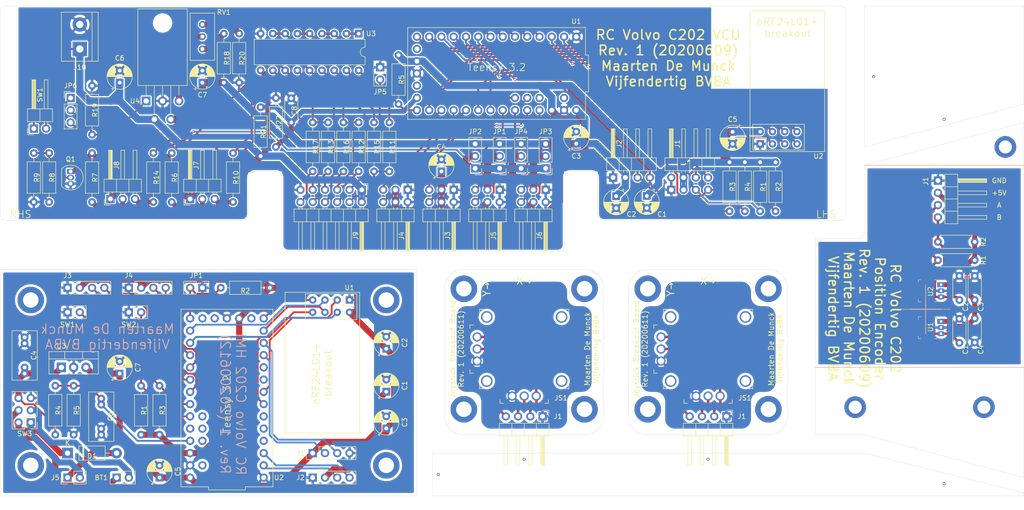
<source format=kicad_pcb>
(kicad_pcb (version 20171130) (host pcbnew 5.1.6+dfsg1-1)
  (title_block (title "Earth Rover") (date 2020-06-13) (rev 1) (company "Vijfendertig BVBA") (comment 1 "Maarten De Munck") (comment 2 "Production Panel"))
  (layers (0 F.Cu signal) (31 B.Cu signal) (34 B.Paste user) (35 F.Paste user) (36 B.SilkS user) (37 F.SilkS user) (38 B.Mask user) (39 F.Mask user) (44 Edge.Cuts user))
  (net 0 "")
  (net 1 GND)
  (net 2 +3V3)
  (net 3 +5V)
  (net 4 +BATT)
  (net 5 /BATTERY_MONITOR)
  (net 6 /GPS_SERIAL_TX)
  (net 7 /GPS_SERIAL_RX)
  (net 8 /ENCODER_A)
  (net 9 /ENCODER_B)
  (net 10 /IMU_I2C_SCL)
  (net 11 /IMU_I2C_SDA)
  (net 12 /SENSOR_1)
  (net 13 /SENSOR_2)
  (net 14 /SENSOR_3)
  (net 15 /STEERING)
  (net 16 /SENSOR_4)
  (net 17 /THROTTLE)
  (net 18 /GEARBOX)
  (net 19 /WINCH)
  (net 20 /BEC)
  (net 21 /RESET_EEPROM)
  (net 22 "Net-(JP6-Pad2)")
  (net 23 "Net-(JP6-Pad1)")
  (net 24 "Net-(Q1-Pad2)")
  (net 25 "Net-(Q1-Pad1)")
  (net 26 "Net-(R10-Pad2)")
  (net 27 "Net-(R11-Pad2)")
  (net 28 /HEADLAMPS)
  (net 29 "Net-(R18-Pad2)")
  (net 30 "Net-(R20-Pad1)")
  (net 31 "Net-(RV1-Pad2)")
  (net 32 /POSITION_LAMPS)
  (net 33 /STOP_LAMPS)
  (net 34 /LEFT_TURN_SIGNALS)
  (net 35 /RIGHT_TURN_SIGNALS)
  (net 36 /NRF24L01_IRQ)
  (net 37 /NRF24L01_CE)
  (net 38 /NRF24L01_MOSI)
  (net 39 /NRF24L01_MISO)
  (net 40 /NRF24L01_SCK)
  (net 41 /NRF24L01_CSN)
  (net 42 "Net-(J6-Pad4)")
  (net 43 "Net-(J6-Pad3)")
  (net 44 "Net-(J7-Pad3)")
  (net 45 "Net-(J8-Pad3)")
  (net 46 "Net-(J8-Pad2)")
  (net 47 "Net-(J9-Pad3)")
  (net 48 "Net-(R13-Pad2)")
  (net 49 "Net-(R15-Pad2)")
  (net 50 "Net-(U1-Pad15)")
  (net 51 "Net-(U1-Pad18)")
  (net 52 "Net-(U1-Pad34)")
  (net 53 "Net-(U1-Pad35)")
  (net 54 "Net-(J5-Pad4)")
  (net 55 "Net-(J5-Pad3)")
  (net 56 "Net-(J7-Pad2)")
  (net 57 "Net-(J9-Pad4)")
  (net 58 "Net-(J9-Pad5)")
  (net 59 "Net-(J9-Pad6)")
  (net 60 "Net-(J9-Pad7)")
  (net 61 "Net-(J9-Pad8)")
  (net 62 "Net-(J9-Pad9)")
  (net 63 "Net-(J9-Pad10)")
  (net 64 "Net-(J9-Pad12)")
  (net 65 "Net-(C1-Pad1)")
  (net 66 "Net-(C2-Pad1)")
  (net 67 "Net-(C4-Pad1)")
  (net 68 "Net-(D1-Pad1)")
  (net 69 /CHARGE_+)
  (net 70 /NEXTION_TX)
  (net 71 /NEXTION_RX)
  (net 72 /JS_LEFT_X)
  (net 73 /JS_LEFT_Y)
  (net 74 /JS_RIGHT_Y)
  (net 75 /JS_RIGHT_X)
  (net 76 /CHARGE_GND)
  (net 77 /BTN_LEFT)
  (net 78 /BTN_RIGHT)
  (net 79 "Net-(U2-Pad4)")
  (net 80 "Net-(U2-Pad5)")
  (net 81 "Net-(U2-Pad6)")
  (net 82 "Net-(U2-Pad9)")
  (net 83 "Net-(U2-Pad10)")
  (net 84 "Net-(U2-Pad15)")
  (net 85 "Net-(U2-Pad18)")
  (net 86 "Net-(U2-Pad19)")
  (net 87 "Net-(U2-Pad29)")
  (net 88 "Net-(U2-Pad34)")
  (net 89 "Net-(U2-Pad35)")
  (net 90 "Net-(U2-Pad36)")
  (net 91 "Net-(U2-Pad37)")
  (net 92 /BATT_GND)
  (net 93 /BATT_+)
  (net 94 /GND)
  (net 95 /V+)
  (net 96 /X)
  (net 97 /Y)
  (module earth-rover-footprints:Alps_RKJXK122000D (layer F.Cu) (at 255.905 147.32 180)
    (fp_text reference JS1 (at -7.62 -10.16) (layer F.SilkS))
    (fp_text value "Alps Alpine RKJXK122000D")
    (pad "" thru_hole circle (at -7.75 6.65 180) (size 2.4 2.4) (drill 1.8) (layers *.Cu *.Mask))
    (pad "" thru_hole circle (at -7.75 -6.65 180) (size 2.4 2.4) (drill 1.8) (layers *.Cu *.Mask))
    (pad "" thru_hole circle (at 7.75 -6.65 180) (size 2.4 2.4) (drill 1.8) (layers *.Cu *.Mask))
    (pad "" thru_hole circle (at 7.75 6.65 180) (size 2.4 2.4) (drill 1.8) (layers *.Cu *.Mask))
    (pad 6 thru_hole circle (at -2.5 -9.75 180) (size 1.9 1.9) (drill 1.3) (layers *.Cu *.Mask))
    (pad 5 thru_hole circle (at 0 -9.75 180) (size 1.9 1.9) (drill 1.3) (layers *.Cu *.Mask))
    (pad 4 thru_hole circle (at 2.5 -9.75 180) (size 1.9 1.9) (drill 1.3) (layers *.Cu *.Mask))
    (pad 3 thru_hole circle (at 9.75 -2.5 180) (size 1.9 1.9) (drill 1.3) (layers *.Cu *.Mask))
    (pad 2 thru_hole circle (at 9.75 0 180) (size 1.9 1.9) (drill 1.3) (layers *.Cu *.Mask))
    (pad 1 thru_hole circle (at 9.75 2.5 180) (size 1.9 1.9) (drill 1.3) (layers *.Cu *.Mask))
  )
  (module MountingHole:MountingHole_3.2mm_M3_ISO14580_Pad (layer F.Cu) (at 268.405 134.82)
    (fp_text reference REF** hide)
    (fp_text value MountingHole_3.2mm_M3_ISO14580_Pad hide)
    (pad 1 thru_hole circle (at 0 0) (size 5.5 5.5) (drill 3.2) (layers *.Cu *.Mask))
  )
  (module MountingHole:MountingHole_3.2mm_M3_ISO14580_Pad (layer F.Cu) (at 268.405 159.82)
    (fp_text reference REF** hide)
    (fp_text value MountingHole_3.2mm_M3_ISO14580_Pad hide)
    (pad 1 thru_hole circle (at 0 0) (size 5.5 5.5) (drill 3.2) (layers *.Cu *.Mask))
  )
  (module Connector_PinHeader_2.54mm:PinHeader_1x04_P2.54mm_Horizontal (layer F.Cu) (at 259.715 161.29 270)
    (fp_text reference J1 (at 0 -3.175) (layer F.SilkS))
    (fp_text value Conn_01x04_Male)
    (pad 4 thru_hole oval (at 0 7.62 270) (size 1.7 1.7) (drill 1) (layers *.Cu *.Mask))
    (pad 3 thru_hole oval (at 0 5.08 270) (size 1.7 1.7) (drill 1) (layers *.Cu *.Mask))
    (pad 2 thru_hole oval (at 0 2.54 270) (size 1.7 1.7) (drill 1) (layers *.Cu *.Mask))
    (pad 1 thru_hole rect (at 0 0 270) (size 1.7 1.7) (drill 1) (layers *.Cu *.Mask))
  )
  (module MountingHole:MountingHole_3.2mm_M3_ISO14580_Pad (layer F.Cu) (at 243.405 134.82)
    (fp_text reference REF** hide)
    (fp_text value MountingHole_3.2mm_M3_ISO14580_Pad hide)
    (pad 1 thru_hole circle (at 0 0) (size 5.5 5.5) (drill 3.2) (layers *.Cu *.Mask))
  )
  (module MountingHole:MountingHole_3.2mm_M3_ISO14580_Pad (layer F.Cu) (at 243.405 159.82)
    (fp_text reference REF** hide)
    (fp_text value MountingHole_3.2mm_M3_ISO14580_Pad hide)
    (pad 1 thru_hole circle (at 0 0) (size 5.5 5.5) (drill 3.2) (layers *.Cu *.Mask))
  )
  (module earth-rover-footprints:Teensy_3.2 (layer F.Cu) (at 212.09 90.17 180)
    (fp_text reference U1 (at -16.51 10.795) (layer F.SilkS))
    (fp_text value Teensy3.2)
    (pad 1 thru_hole circle (at -16.51 7.62 180) (size 1.7 1.7) (drill 1) (layers *.Cu *.Mask) (net 1 GND))
    (pad 2 thru_hole circle (at -13.97 7.62 180) (size 1.7 1.7) (drill 1) (layers *.Cu *.Mask) (net 6 /GPS_SERIAL_TX))
    (pad 3 thru_hole circle (at -11.43 7.62 180) (size 1.7 1.7) (drill 1) (layers *.Cu *.Mask) (net 7 /GPS_SERIAL_RX))
    (pad 4 thru_hole circle (at -8.89 7.62 180) (size 1.7 1.7) (drill 1) (layers *.Cu *.Mask) (net 32 /POSITION_LAMPS))
    (pad 5 thru_hole circle (at -6.35 7.62 180) (size 1.7 1.7) (drill 1) (layers *.Cu *.Mask) (net 33 /STOP_LAMPS))
    (pad 6 thru_hole circle (at -3.81 7.62 180) (size 1.7 1.7) (drill 1) (layers *.Cu *.Mask) (net 34 /LEFT_TURN_SIGNALS))
    (pad 7 thru_hole circle (at -1.27 7.62 180) (size 1.7 1.7) (drill 1) (layers *.Cu *.Mask) (net 35 /RIGHT_TURN_SIGNALS))
    (pad 8 thru_hole circle (at 1.27 7.62 180) (size 1.7 1.7) (drill 1) (layers *.Cu *.Mask) (net 28 /HEADLAMPS))
    (pad 9 thru_hole circle (at 3.81 7.62 180) (size 1.7 1.7) (drill 1) (layers *.Cu *.Mask) (net 8 /ENCODER_A))
    (pad 10 thru_hole circle (at 6.35 7.62 180) (size 1.7 1.7) (drill 1) (layers *.Cu *.Mask) (net 9 /ENCODER_B))
    (pad 11 thru_hole circle (at 8.89 7.62 180) (size 1.7 1.7) (drill 1) (layers *.Cu *.Mask) (net 36 /NRF24L01_IRQ))
    (pad 12 thru_hole circle (at 11.43 7.62 180) (size 1.7 1.7) (drill 1) (layers *.Cu *.Mask) (net 37 /NRF24L01_CE))
    (pad 13 thru_hole circle (at 13.97 7.62 180) (size 1.7 1.7) (drill 1) (layers *.Cu *.Mask) (net 38 /NRF24L01_MOSI))
    (pad 14 thru_hole circle (at 16.51 7.62 180) (size 1.7 1.7) (drill 1) (layers *.Cu *.Mask) (net 39 /NRF24L01_MISO))
    (pad 15 thru_hole circle (at 16.51 5.08 180) (size 1.7 1.7) (drill 1) (layers *.Cu *.Mask) (net 50 "Net-(U1-Pad15)"))
    (pad 16 thru_hole circle (at 16.51 2.54 180) (size 1.7 1.7) (drill 1) (layers *.Cu *.Mask) (net 2 +3V3))
    (pad 17 thru_hole circle (at 16.51 0 180) (size 1.7 1.7) (drill 1) (layers *.Cu *.Mask) (net 1 GND))
    (pad 18 thru_hole circle (at 16.51 -2.54 180) (size 1.7 1.7) (drill 1) (layers *.Cu *.Mask) (net 51 "Net-(U1-Pad18)"))
    (pad 19 thru_hole circle (at 16.51 -5.08 180) (size 1.7 1.7) (drill 1) (layers *.Cu *.Mask) (net 5 /BATTERY_MONITOR))
    (pad 20 thru_hole circle (at 16.51 -7.62 180) (size 1.7 1.7) (drill 1) (layers *.Cu *.Mask) (net 21 /RESET_EEPROM))
    (pad 21 thru_hole circle (at 13.97 -7.62 180) (size 1.7 1.7) (drill 1) (layers *.Cu *.Mask) (net 40 /NRF24L01_SCK))
    (pad 22 thru_hole circle (at 11.43 -7.62 180) (size 1.7 1.7) (drill 1) (layers *.Cu *.Mask) (net 41 /NRF24L01_CSN))
    (pad 23 thru_hole circle (at 8.89 -7.62 180) (size 1.7 1.7) (drill 1) (layers *.Cu *.Mask) (net 16 /SENSOR_4))
    (pad 24 thru_hole circle (at 6.35 -7.62 180) (size 1.7 1.7) (drill 1) (layers *.Cu *.Mask) (net 14 /SENSOR_3))
    (pad 25 thru_hole circle (at 3.81 -7.62 180) (size 1.7 1.7) (drill 1) (layers *.Cu *.Mask) (net 11 /IMU_I2C_SDA))
    (pad 26 thru_hole circle (at 1.27 -7.62 180) (size 1.7 1.7) (drill 1) (layers *.Cu *.Mask) (net 10 /IMU_I2C_SCL))
    (pad 27 thru_hole circle (at -1.27 -7.62 180) (size 1.7 1.7) (drill 1) (layers *.Cu *.Mask) (net 15 /STEERING))
    (pad 28 thru_hole circle (at -3.81 -7.62 180) (size 1.7 1.7) (drill 1) (layers *.Cu *.Mask) (net 17 /THROTTLE))
    (pad 29 thru_hole circle (at -6.35 -7.62 180) (size 1.7 1.7) (drill 1) (layers *.Cu *.Mask) (net 18 /GEARBOX))
    (pad 30 thru_hole circle (at -8.89 -7.62 180) (size 1.7 1.7) (drill 1) (layers *.Cu *.Mask) (net 19 /WINCH))
    (pad 31 thru_hole circle (at -11.43 -7.62 180) (size 1.7 1.7) (drill 1) (layers *.Cu *.Mask) (net 2 +3V3))
    (pad 32 thru_hole circle (at -13.97 -7.62 180) (size 1.7 1.7) (drill 1) (layers *.Cu *.Mask) (net 1 GND))
    (pad 33 thru_hole circle (at -16.51 -7.62 180) (size 1.7 1.7) (drill 1) (layers *.Cu *.Mask) (net 3 +5V))
    (pad 34 thru_hole circle (at -13.97 -5.08 180) (size 1.7 1.7) (drill 1) (layers *.Cu *.Mask) (net 52 "Net-(U1-Pad34)"))
    (pad 35 thru_hole circle (at -8.89 -5.08 180) (size 1.7 1.7) (drill 1) (layers *.Cu *.Mask) (net 53 "Net-(U1-Pad35)"))
    (pad 36 thru_hole circle (at -6.35 -5.08 180) (size 1.7 1.7) (drill 1) (layers *.Cu *.Mask) (net 12 /SENSOR_1))
    (pad 37 thru_hole circle (at -3.81 -5.08 180) (size 1.7 1.7) (drill 1) (layers *.Cu *.Mask) (net 13 /SENSOR_2))
  )
  (module Connector_PinHeader_2.54mm:PinHeader_1x02_P2.54mm_Vertical (layer F.Cu) (at 187.96 88.9)
    (fp_text reference JP5 (at 0 5.08) (layer F.SilkS))
    (fp_text value Jumper_2_Open)
    (pad 2 thru_hole oval (at 0 2.54) (size 1.7 1.7) (drill 1) (layers *.Cu *.Mask) (net 21 /RESET_EEPROM))
    (pad 1 thru_hole rect (at 0 0) (size 1.7 1.7) (drill 1) (layers *.Cu *.Mask) (net 1 GND))
  )
  (module Package_DIP:DIP-18_W7.62mm (layer F.Cu) (at 183.515 81.915 270)
    (fp_text reference U3 (at 0 -2.54 180) (layer F.SilkS))
    (fp_text value ULN2803A)
    (pad 18 thru_hole oval (at 7.62 0 270) (size 1.6 1.6) (drill 0.8) (layers *.Cu *.Mask) (net 27 "Net-(R11-Pad2)"))
    (pad 9 thru_hole oval (at 0 20.32 270) (size 1.6 1.6) (drill 0.8) (layers *.Cu *.Mask) (net 1 GND))
    (pad 17 thru_hole oval (at 7.62 2.54 270) (size 1.6 1.6) (drill 0.8) (layers *.Cu *.Mask) (net 47 "Net-(J9-Pad3)"))
    (pad 8 thru_hole oval (at 0 17.78 270) (size 1.6 1.6) (drill 0.8) (layers *.Cu *.Mask) (net 35 /RIGHT_TURN_SIGNALS))
    (pad 16 thru_hole oval (at 7.62 5.08 270) (size 1.6 1.6) (drill 0.8) (layers *.Cu *.Mask) (net 49 "Net-(R15-Pad2)"))
    (pad 7 thru_hole oval (at 0 15.24 270) (size 1.6 1.6) (drill 0.8) (layers *.Cu *.Mask) (net 35 /RIGHT_TURN_SIGNALS))
    (pad 15 thru_hole oval (at 7.62 7.62 270) (size 1.6 1.6) (drill 0.8) (layers *.Cu *.Mask) (net 58 "Net-(J9-Pad5)"))
    (pad 6 thru_hole oval (at 0 12.7 270) (size 1.6 1.6) (drill 0.8) (layers *.Cu *.Mask) (net 34 /LEFT_TURN_SIGNALS))
    (pad 14 thru_hole oval (at 7.62 10.16 270) (size 1.6 1.6) (drill 0.8) (layers *.Cu *.Mask) (net 26 "Net-(R10-Pad2)"))
    (pad 5 thru_hole oval (at 0 10.16 270) (size 1.6 1.6) (drill 0.8) (layers *.Cu *.Mask) (net 34 /LEFT_TURN_SIGNALS))
    (pad 13 thru_hole oval (at 7.62 12.7 270) (size 1.6 1.6) (drill 0.8) (layers *.Cu *.Mask) (net 60 "Net-(J9-Pad7)"))
    (pad 4 thru_hole oval (at 0 7.62 270) (size 1.6 1.6) (drill 0.8) (layers *.Cu *.Mask) (net 33 /STOP_LAMPS))
    (pad 12 thru_hole oval (at 7.62 15.24 270) (size 1.6 1.6) (drill 0.8) (layers *.Cu *.Mask) (net 48 "Net-(R13-Pad2)"))
    (pad 3 thru_hole oval (at 0 5.08 270) (size 1.6 1.6) (drill 0.8) (layers *.Cu *.Mask) (net 33 /STOP_LAMPS))
    (pad 11 thru_hole oval (at 7.62 17.78 270) (size 1.6 1.6) (drill 0.8) (layers *.Cu *.Mask) (net 62 "Net-(J9-Pad9)"))
    (pad 2 thru_hole oval (at 0 2.54 270) (size 1.6 1.6) (drill 0.8) (layers *.Cu *.Mask) (net 32 /POSITION_LAMPS))
    (pad 10 thru_hole oval (at 7.62 20.32 270) (size 1.6 1.6) (drill 0.8) (layers *.Cu *.Mask) (net 4 +BATT))
    (pad 1 thru_hole rect (at 0 0 270) (size 1.6 1.6) (drill 0.8) (layers *.Cu *.Mask) (net 32 /POSITION_LAMPS))
  )
  (module Resistor_THT:R_Axial_DIN0207_L6.3mm_D2.5mm_P10.16mm_Horizontal (layer F.Cu) (at 128.27 102.87 90)
    (fp_text reference R19 (at 5.08 0.635 90) (layer F.SilkS))
    (fp_text value 10k)
    (pad 2 thru_hole oval (at 10.16 0 90) (size 1.6 1.6) (drill 0.8) (layers *.Cu *.Mask) (net 1 GND))
    (pad 1 thru_hole circle (at 0 0 90) (size 1.6 1.6) (drill 0.8) (layers *.Cu *.Mask) (net 22 "Net-(JP6-Pad2)"))
  )
  (module Connector_PinHeader_2.54mm:PinHeader_1x02_P2.54mm_Horizontal (layer F.Cu) (at 116.205 101.6 90)
    (fp_text reference SW1 (at 6.985 1.27 90) (layer F.SilkS))
    (fp_text value SW_SPST)
    (pad 2 thru_hole oval (at 0 2.54 90) (size 1.7 1.7) (drill 1) (layers *.Cu *.Mask) (net 23 "Net-(JP6-Pad1)"))
    (pad 1 thru_hole rect (at 0 0 90) (size 1.7 1.7) (drill 1) (layers *.Cu *.Mask) (net 4 +BATT))
  )
  (module Resistor_THT:R_Axial_DIN0207_L6.3mm_D2.5mm_P10.16mm_Horizontal (layer F.Cu) (at 157.48 116.84 90)
    (fp_text reference R10 (at 5.08 0.635 90) (layer F.SilkS))
    (fp_text value 330E)
    (pad 2 thru_hole oval (at 10.16 0 90) (size 1.6 1.6) (drill 0.8) (layers *.Cu *.Mask) (net 26 "Net-(R10-Pad2)"))
    (pad 1 thru_hole circle (at 0 0 90) (size 1.6 1.6) (drill 0.8) (layers *.Cu *.Mask) (net 44 "Net-(J7-Pad3)"))
  )
  (module Resistor_THT:R_Axial_DIN0207_L6.3mm_D2.5mm_P10.16mm_Horizontal (layer F.Cu) (at 189.865 110.49 90)
    (fp_text reference R11 (at 5.08 0.635 90) (layer F.SilkS))
    (fp_text value 470E)
    (pad 2 thru_hole oval (at 10.16 0 90) (size 1.6 1.6) (drill 0.8) (layers *.Cu *.Mask) (net 27 "Net-(R11-Pad2)"))
    (pad 1 thru_hole circle (at 0 0 90) (size 1.6 1.6) (drill 0.8) (layers *.Cu *.Mask) (net 57 "Net-(J9-Pad4)"))
  )
  (module Package_TO_SOT_THT:TO-92_Inline (layer F.Cu) (at 123.825 110.49 270)
    (fp_text reference Q1 (at -2.54 0 180) (layer F.SilkS))
    (fp_text value BC517)
    (pad 2 thru_hole oval (at 1.27 0 270) (size 1.05 1.5) (drill 0.75) (layers *.Cu *.Mask) (net 24 "Net-(Q1-Pad2)"))
    (pad 3 thru_hole oval (at 2.54 0 270) (size 1.05 1.5) (drill 0.75) (layers *.Cu *.Mask) (net 1 GND))
    (pad 1 thru_hole rect (at 0 0 270) (size 1.05 1.5) (drill 0.75) (layers *.Cu *.Mask) (net 25 "Net-(Q1-Pad1)"))
  )
  (module Capacitor_THT:C_Disc_D5.0mm_W2.5mm_P5.00mm (layer F.Cu) (at 169.545 100.33 90)
    (fp_text reference C8 (at 2.46 0.635 90) (layer F.SilkS))
    (fp_text value 100n)
    (pad 2 thru_hole circle (at 5 0 90) (size 1.6 1.6) (drill 0.8) (layers *.Cu *.Mask) (net 1 GND))
    (pad 1 thru_hole circle (at 0 0 90) (size 1.6 1.6) (drill 0.8) (layers *.Cu *.Mask) (net 5 /BATTERY_MONITOR))
  )
  (module Resistor_THT:R_Axial_DIN0207_L6.3mm_D2.5mm_P10.16mm_Horizontal (layer F.Cu) (at 158.75 81.915 270)
    (fp_text reference R20 (at 5.08 -0.635 90) (layer F.SilkS))
    (fp_text value 240E)
    (pad 2 thru_hole oval (at 10.16 0 270) (size 1.6 1.6) (drill 0.8) (layers *.Cu *.Mask) (net 1 GND))
    (pad 1 thru_hole circle (at 0 0 270) (size 1.6 1.6) (drill 0.8) (layers *.Cu *.Mask) (net 30 "Net-(R20-Pad1)"))
  )
  (module Connector_PinHeader_2.54mm:PinHeader_1x03_P2.54mm_Vertical (layer F.Cu) (at 123.825 95.25)
    (fp_text reference JP6 (at 0 -2.54) (layer F.SilkS))
    (fp_text value Jumper_3_Bridged12 hide)
    (pad 3 thru_hole oval (at 0 5.08) (size 1.7 1.7) (drill 1) (layers *.Cu *.Mask) (net 20 /BEC))
    (pad 2 thru_hole oval (at 0 2.54) (size 1.7 1.7) (drill 1) (layers *.Cu *.Mask) (net 22 "Net-(JP6-Pad2)"))
    (pad 1 thru_hole rect (at 0 0) (size 1.7 1.7) (drill 1) (layers *.Cu *.Mask) (net 23 "Net-(JP6-Pad1)"))
  )
  (module Potentiometer_THT:Potentiometer_Bourns_3296W_Vertical (layer F.Cu) (at 151.13 85.09 270)
    (fp_text reference RV1 (at -7.62 -4.445 180) (layer F.SilkS))
    (fp_text value 100E)
    (pad 3 thru_hole circle (at -5.08 0 270) (size 1.44 1.44) (drill 0.8) (layers *.Cu *.Mask) (net 30 "Net-(R20-Pad1)"))
    (pad 2 thru_hole circle (at -2.54 0 270) (size 1.44 1.44) (drill 0.8) (layers *.Cu *.Mask) (net 31 "Net-(RV1-Pad2)"))
    (pad 1 thru_hole circle (at 0 0 270) (size 1.44 1.44) (drill 0.8) (layers *.Cu *.Mask) (net 29 "Net-(R18-Pad2)"))
  )
  (module TerminalBlock:TerminalBlock_bornier-2_P5.08mm (layer F.Cu) (at 125.73 85.09 90)
    (fp_text reference J10 (at -3.81 0 180) (layer F.SilkS))
    (fp_text value Connector:Screw_Terminal_01x02 hide)
    (pad 2 thru_hole circle (at 5.08 0 90) (size 3 3) (drill 1.52) (layers *.Cu *.Mask) (net 1 GND))
    (pad 1 thru_hole rect (at 0 0 90) (size 3 3) (drill 1.52) (layers *.Cu *.Mask) (net 4 +BATT))
  )
  (module Resistor_THT:R_Axial_DIN0207_L6.3mm_D2.5mm_P10.16mm_Horizontal (layer F.Cu) (at 155.575 92.075 90)
    (fp_text reference R18 (at 5.08 0.635 90) (layer F.SilkS))
    (fp_text value 820E)
    (pad 1 thru_hole circle (at 0 0 90) (size 1.6 1.6) (drill 0.8) (layers *.Cu *.Mask) (net 3 +5V))
    (pad 2 thru_hole oval (at 10.16 0 90) (size 1.6 1.6) (drill 0.8) (layers *.Cu *.Mask) (net 29 "Net-(R18-Pad2)"))
  )
  (module Capacitor_THT:CP_Radial_D5.0mm_P2.50mm (layer F.Cu) (at 133.985 92.075 90)
    (fp_text reference C6 (at 5.08 0 180) (layer F.SilkS))
    (fp_text value 10u)
    (pad 2 thru_hole circle (at 2.5 0 90) (size 1.6 1.6) (drill 0.8) (layers *.Cu *.Mask) (net 1 GND))
    (pad 1 thru_hole rect (at 0 0 90) (size 1.6 1.6) (drill 0.8) (layers *.Cu *.Mask) (net 4 +BATT))
  )
  (module Package_TO_SOT_THT:TO-220-5_P3.4x3.8mm_StaggerEven_Lead7.13mm_TabDown (layer F.Cu) (at 139.475 95.885)
    (fp_text reference U4 (at -2.315 0) (layer F.SilkS))
    (fp_text value MIC29502WT)
    (pad 5 thru_hole oval (at 6.8 0) (size 1.8 1.8) (drill 1.1) (layers *.Cu *.Mask) (net 31 "Net-(RV1-Pad2)"))
    (pad 4 thru_hole oval (at 5.1 3.8) (size 1.8 1.8) (drill 1.1) (layers *.Cu *.Mask) (net 3 +5V))
    (pad 3 thru_hole oval (at 3.4 0) (size 1.8 1.8) (drill 1.1) (layers *.Cu *.Mask) (net 1 GND))
    (pad 2 thru_hole oval (at 1.7 3.8) (size 1.8 1.8) (drill 1.1) (layers *.Cu *.Mask) (net 4 +BATT))
    (pad 1 thru_hole rect (at 0 0) (size 1.8 1.8) (drill 1.1) (layers *.Cu *.Mask) (net 22 "Net-(JP6-Pad2)"))
    (pad "" np_thru_hole oval (at 3.4 -16.18) (size 3.5 3.5) (drill 3.5) (layers *.Cu *.Mask))
  )
  (module Resistor_THT:R_Axial_DIN0207_L6.3mm_D2.5mm_P10.16mm_Horizontal (layer F.Cu) (at 163.195 107.315 90)
    (fp_text reference R21 (at 5.08 0.635 90) (layer F.SilkS))
    (fp_text value "270k, 1%")
    (pad 2 thru_hole oval (at 10.16 0 90) (size 1.6 1.6) (drill 0.8) (layers *.Cu *.Mask) (net 5 /BATTERY_MONITOR))
    (pad 1 thru_hole circle (at 0 0 90) (size 1.6 1.6) (drill 0.8) (layers *.Cu *.Mask) (net 4 +BATT))
  )
  (module Resistor_THT:R_Axial_DIN0207_L6.3mm_D2.5mm_P10.16mm_Horizontal (layer F.Cu) (at 180.34 110.49 90)
    (fp_text reference R16 (at 5.08 0.635 90) (layer F.SilkS))
    (fp_text value 330E)
    (pad 2 thru_hole oval (at 10.16 0 90) (size 1.6 1.6) (drill 0.8) (layers *.Cu *.Mask) (net 26 "Net-(R10-Pad2)"))
    (pad 1 thru_hole circle (at 0 0 90) (size 1.6 1.6) (drill 0.8) (layers *.Cu *.Mask) (net 61 "Net-(J9-Pad8)"))
  )
  (module Capacitor_THT:CP_Radial_D5.0mm_P2.50mm (layer F.Cu) (at 243.205 115.57 270)
    (fp_text reference C1 (at 3.81 -3.175 180) (layer F.SilkS))
    (fp_text value 10u)
    (pad 1 thru_hole rect (at 0 0 270) (size 1.6 1.6) (drill 0.8) (layers *.Cu *.Mask) (net 2 +3V3))
    (pad 2 thru_hole circle (at 2.5 0 270) (size 1.6 1.6) (drill 0.8) (layers *.Cu *.Mask) (net 1 GND))
  )
  (module Capacitor_THT:CP_Radial_D5.0mm_P2.50mm (layer F.Cu) (at 236.855 115.61 270)
    (fp_text reference C2 (at 3.77 -3.175) (layer F.SilkS))
    (fp_text value 10u)
    (pad 2 thru_hole circle (at 2.5 0 270) (size 1.6 1.6) (drill 0.8) (layers *.Cu *.Mask) (net 1 GND))
    (pad 1 thru_hole rect (at 0 0 270) (size 1.6 1.6) (drill 0.8) (layers *.Cu *.Mask) (net 3 +5V))
  )
  (module Capacitor_THT:CP_Radial_D5.0mm_P2.50mm (layer F.Cu) (at 228.6 104.735 90)
    (fp_text reference C3 (at -2.58 0) (layer F.SilkS))
    (fp_text value 10u)
    (pad 2 thru_hole circle (at 2.5 0 90) (size 1.6 1.6) (drill 0.8) (layers *.Cu *.Mask) (net 1 GND))
    (pad 1 thru_hole rect (at 0 0 90) (size 1.6 1.6) (drill 0.8) (layers *.Cu *.Mask) (net 3 +5V))
  )
  (module Capacitor_THT:CP_Radial_D5.0mm_P2.50mm (layer F.Cu) (at 260.985 102.275 270)
    (fp_text reference C5 (at -2.58 0) (layer F.SilkS))
    (fp_text value 10u)
    (pad 1 thru_hole rect (at 0 0 270) (size 1.6 1.6) (drill 0.8) (layers *.Cu *.Mask) (net 2 +3V3))
    (pad 2 thru_hole circle (at 2.5 0 270) (size 1.6 1.6) (drill 0.8) (layers *.Cu *.Mask) (net 1 GND))
  )
  (module Capacitor_THT:CP_Radial_D5.0mm_P2.50mm (layer F.Cu) (at 151.13 92.075 90)
    (fp_text reference C7 (at -2.54 0 180) (layer F.SilkS))
    (fp_text value 22u)
    (pad 1 thru_hole rect (at 0 0 90) (size 1.6 1.6) (drill 0.8) (layers *.Cu *.Mask) (net 3 +5V))
    (pad 2 thru_hole circle (at 2.5 0 90) (size 1.6 1.6) (drill 0.8) (layers *.Cu *.Mask) (net 1 GND))
  )
  (module Connector_PinHeader_2.54mm:PinHeader_1x04_P2.54mm_Horizontal (layer F.Cu) (at 236.22 111.76 90)
    (fp_text reference J2 (at 6.985 1.27 90) (layer F.SilkS))
    (fp_text value Conn_01x04_Male)
    (pad 1 thru_hole rect (at 0 0 90) (size 1.7 1.7) (drill 1) (layers *.Cu *.Mask) (net 1 GND))
    (pad 2 thru_hole oval (at 0 2.54 90) (size 1.7 1.7) (drill 1) (layers *.Cu *.Mask) (net 3 +5V))
    (pad 3 thru_hole oval (at 0 5.08 90) (size 1.7 1.7) (drill 1) (layers *.Cu *.Mask) (net 8 /ENCODER_A))
    (pad 4 thru_hole oval (at 0 7.62 90) (size 1.7 1.7) (drill 1) (layers *.Cu *.Mask) (net 9 /ENCODER_B))
  )
  (module Connector_PinHeader_2.54mm:PinHeader_2x03_P2.54mm_Horizontal (layer F.Cu) (at 203.2 114.3 270)
    (fp_text reference J3 (at 9.525 1.27 90) (layer F.SilkS))
    (fp_text value Conn_02x03_Male)
    (pad 6 thru_hole oval (at 2.54 5.08 270) (size 1.7 1.7) (drill 1) (layers *.Cu *.Mask) (net 12 /SENSOR_1))
    (pad 5 thru_hole oval (at 0 5.08 270) (size 1.7 1.7) (drill 1) (layers *.Cu *.Mask) (net 13 /SENSOR_2))
    (pad 4 thru_hole oval (at 2.54 2.54 270) (size 1.7 1.7) (drill 1) (layers *.Cu *.Mask) (net 2 +3V3))
    (pad 3 thru_hole oval (at 0 2.54 270) (size 1.7 1.7) (drill 1) (layers *.Cu *.Mask) (net 2 +3V3))
    (pad 2 thru_hole oval (at 2.54 0 270) (size 1.7 1.7) (drill 1) (layers *.Cu *.Mask) (net 1 GND))
    (pad 1 thru_hole rect (at 0 0 270) (size 1.7 1.7) (drill 1) (layers *.Cu *.Mask) (net 1 GND))
  )
  (module Connector_PinHeader_2.54mm:PinHeader_2x03_P2.54mm_Horizontal (layer F.Cu) (at 193.675 114.3 270)
    (fp_text reference J4 (at 9.525 1.27 90) (layer F.SilkS))
    (fp_text value Conn_02x03_Male)
    (pad 6 thru_hole oval (at 2.54 5.08 270) (size 1.7 1.7) (drill 1) (layers *.Cu *.Mask) (net 14 /SENSOR_3))
    (pad 5 thru_hole oval (at 0 5.08 270) (size 1.7 1.7) (drill 1) (layers *.Cu *.Mask) (net 16 /SENSOR_4))
    (pad 4 thru_hole oval (at 2.54 2.54 270) (size 1.7 1.7) (drill 1) (layers *.Cu *.Mask) (net 2 +3V3))
    (pad 3 thru_hole oval (at 0 2.54 270) (size 1.7 1.7) (drill 1) (layers *.Cu *.Mask) (net 2 +3V3))
    (pad 2 thru_hole oval (at 2.54 0 270) (size 1.7 1.7) (drill 1) (layers *.Cu *.Mask) (net 1 GND))
    (pad 1 thru_hole rect (at 0 0 270) (size 1.7 1.7) (drill 1) (layers *.Cu *.Mask) (net 1 GND))
  )
  (module Connector_PinHeader_2.54mm:PinHeader_2x03_P2.54mm_Horizontal (layer F.Cu) (at 212.725 114.3 270)
    (fp_text reference J5 (at 9.525 1.27 90) (layer F.SilkS))
    (fp_text value Conn_02x03_Male)
    (pad 1 thru_hole rect (at 0 0 270) (size 1.7 1.7) (drill 1) (layers *.Cu *.Mask) (net 1 GND))
    (pad 2 thru_hole oval (at 2.54 0 270) (size 1.7 1.7) (drill 1) (layers *.Cu *.Mask) (net 1 GND))
    (pad 3 thru_hole oval (at 0 2.54 270) (size 1.7 1.7) (drill 1) (layers *.Cu *.Mask) (net 55 "Net-(J5-Pad3)"))
    (pad 4 thru_hole oval (at 2.54 2.54 270) (size 1.7 1.7) (drill 1) (layers *.Cu *.Mask) (net 54 "Net-(J5-Pad4)"))
    (pad 5 thru_hole oval (at 0 5.08 270) (size 1.7 1.7) (drill 1) (layers *.Cu *.Mask) (net 15 /STEERING))
    (pad 6 thru_hole oval (at 2.54 5.08 270) (size 1.7 1.7) (drill 1) (layers *.Cu *.Mask) (net 17 /THROTTLE))
  )
  (module Connector_PinHeader_2.54mm:PinHeader_2x03_P2.54mm_Horizontal (layer F.Cu) (at 222.25 114.3 270)
    (fp_text reference J6 (at 9.525 1.27 90) (layer F.SilkS))
    (fp_text value Conn_02x03_Male)
    (pad 1 thru_hole rect (at 0 0 270) (size 1.7 1.7) (drill 1) (layers *.Cu *.Mask) (net 1 GND))
    (pad 2 thru_hole oval (at 2.54 0 270) (size 1.7 1.7) (drill 1) (layers *.Cu *.Mask) (net 1 GND))
    (pad 3 thru_hole oval (at 0 2.54 270) (size 1.7 1.7) (drill 1) (layers *.Cu *.Mask) (net 43 "Net-(J6-Pad3)"))
    (pad 4 thru_hole oval (at 2.54 2.54 270) (size 1.7 1.7) (drill 1) (layers *.Cu *.Mask) (net 42 "Net-(J6-Pad4)"))
    (pad 5 thru_hole oval (at 0 5.08 270) (size 1.7 1.7) (drill 1) (layers *.Cu *.Mask) (net 18 /GEARBOX))
    (pad 6 thru_hole oval (at 2.54 5.08 270) (size 1.7 1.7) (drill 1) (layers *.Cu *.Mask) (net 19 /WINCH))
  )
  (module Connector_PinHeader_2.54mm:PinHeader_1x03_P2.54mm_Horizontal (layer F.Cu) (at 148.59 116.205 90)
    (fp_text reference J7 (at 6.985 1.27 90) (layer F.SilkS))
    (fp_text value Conn_01x03_Male hide)
    (pad 1 thru_hole rect (at 0 0 90) (size 1.7 1.7) (drill 1) (layers *.Cu *.Mask) (net 4 +BATT))
    (pad 2 thru_hole oval (at 0 2.54 90) (size 1.7 1.7) (drill 1) (layers *.Cu *.Mask) (net 56 "Net-(J7-Pad2)"))
    (pad 3 thru_hole oval (at 0 5.08 90) (size 1.7 1.7) (drill 1) (layers *.Cu *.Mask) (net 44 "Net-(J7-Pad3)"))
  )
  (module Connector_PinHeader_2.54mm:PinHeader_1x03_P2.54mm_Horizontal (layer F.Cu) (at 132.08 116.205 90)
    (fp_text reference J8 (at 6.985 1.27 90) (layer F.SilkS))
    (fp_text value Conn_01x03_Male hide)
    (pad 3 thru_hole oval (at 0 5.08 90) (size 1.7 1.7) (drill 1) (layers *.Cu *.Mask) (net 45 "Net-(J8-Pad3)"))
    (pad 2 thru_hole oval (at 0 2.54 90) (size 1.7 1.7) (drill 1) (layers *.Cu *.Mask) (net 46 "Net-(J8-Pad2)"))
    (pad 1 thru_hole rect (at 0 0 90) (size 1.7 1.7) (drill 1) (layers *.Cu *.Mask) (net 4 +BATT))
  )
  (module Connector_PinHeader_2.54mm:PinHeader_2x06_P2.54mm_Horizontal (layer F.Cu) (at 184.15 114.3 270)
    (fp_text reference J9 (at 9.525 1.27 90) (layer F.SilkS))
    (fp_text value Conn_02x06_Male_UnitPerRow hide)
    (pad 12 thru_hole oval (at 2.54 12.7 270) (size 1.7 1.7) (drill 1) (layers *.Cu *.Mask) (net 64 "Net-(J9-Pad12)"))
    (pad 11 thru_hole oval (at 0 12.7 270) (size 1.7 1.7) (drill 1) (layers *.Cu *.Mask) (net 1 GND))
    (pad 10 thru_hole oval (at 2.54 10.16 270) (size 1.7 1.7) (drill 1) (layers *.Cu *.Mask) (net 63 "Net-(J9-Pad10)"))
    (pad 9 thru_hole oval (at 0 10.16 270) (size 1.7 1.7) (drill 1) (layers *.Cu *.Mask) (net 62 "Net-(J9-Pad9)"))
    (pad 8 thru_hole oval (at 2.54 7.62 270) (size 1.7 1.7) (drill 1) (layers *.Cu *.Mask) (net 61 "Net-(J9-Pad8)"))
    (pad 7 thru_hole oval (at 0 7.62 270) (size 1.7 1.7) (drill 1) (layers *.Cu *.Mask) (net 60 "Net-(J9-Pad7)"))
    (pad 6 thru_hole oval (at 2.54 5.08 270) (size 1.7 1.7) (drill 1) (layers *.Cu *.Mask) (net 59 "Net-(J9-Pad6)"))
    (pad 5 thru_hole oval (at 0 5.08 270) (size 1.7 1.7) (drill 1) (layers *.Cu *.Mask) (net 58 "Net-(J9-Pad5)"))
    (pad 4 thru_hole oval (at 2.54 2.54 270) (size 1.7 1.7) (drill 1) (layers *.Cu *.Mask) (net 57 "Net-(J9-Pad4)"))
    (pad 3 thru_hole oval (at 0 2.54 270) (size 1.7 1.7) (drill 1) (layers *.Cu *.Mask) (net 47 "Net-(J9-Pad3)"))
    (pad 2 thru_hole oval (at 2.54 0 270) (size 1.7 1.7) (drill 1) (layers *.Cu *.Mask) (net 4 +BATT))
    (pad 1 thru_hole rect (at 0 0 270) (size 1.7 1.7) (drill 1) (layers *.Cu *.Mask) (net 4 +BATT))
  )
  (module Connector_PinHeader_2.54mm:PinHeader_1x03_P2.54mm_Vertical (layer F.Cu) (at 212.725 109.855 180)
    (fp_text reference JP1 (at 0 7.62) (layer F.SilkS))
    (fp_text value Jumper_3_Bridged12)
    (pad 3 thru_hole oval (at 0 5.08 180) (size 1.7 1.7) (drill 1) (layers *.Cu *.Mask) (net 3 +5V))
    (pad 2 thru_hole oval (at 0 2.54 180) (size 1.7 1.7) (drill 1) (layers *.Cu *.Mask) (net 55 "Net-(J5-Pad3)"))
    (pad 1 thru_hole rect (at 0 0 180) (size 1.7 1.7) (drill 1) (layers *.Cu *.Mask) (net 20 /BEC))
  )
  (module Connector_PinHeader_2.54mm:PinHeader_1x03_P2.54mm_Vertical (layer F.Cu) (at 207.645 109.855 180)
    (fp_text reference JP2 (at 0 7.62) (layer F.SilkS))
    (fp_text value Jumper_3_Bridged12)
    (pad 1 thru_hole rect (at 0 0 180) (size 1.7 1.7) (drill 1) (layers *.Cu *.Mask) (net 20 /BEC))
    (pad 2 thru_hole oval (at 0 2.54 180) (size 1.7 1.7) (drill 1) (layers *.Cu *.Mask) (net 54 "Net-(J5-Pad4)"))
    (pad 3 thru_hole oval (at 0 5.08 180) (size 1.7 1.7) (drill 1) (layers *.Cu *.Mask) (net 3 +5V))
  )
  (module Connector_PinHeader_2.54mm:PinHeader_1x03_P2.54mm_Vertical (layer F.Cu) (at 222.25 109.855 180)
    (fp_text reference JP3 (at 0 7.62) (layer F.SilkS))
    (fp_text value Jumper_3_Bridged12)
    (pad 1 thru_hole rect (at 0 0 180) (size 1.7 1.7) (drill 1) (layers *.Cu *.Mask) (net 20 /BEC))
    (pad 2 thru_hole oval (at 0 2.54 180) (size 1.7 1.7) (drill 1) (layers *.Cu *.Mask) (net 43 "Net-(J6-Pad3)"))
    (pad 3 thru_hole oval (at 0 5.08 180) (size 1.7 1.7) (drill 1) (layers *.Cu *.Mask) (net 3 +5V))
  )
  (module Connector_PinHeader_2.54mm:PinHeader_1x03_P2.54mm_Vertical (layer F.Cu) (at 217.17 109.855 180)
    (fp_text reference JP4 (at 0 7.62) (layer F.SilkS))
    (fp_text value Jumper_3_Bridged12)
    (pad 3 thru_hole oval (at 0 5.08 180) (size 1.7 1.7) (drill 1) (layers *.Cu *.Mask) (net 3 +5V))
    (pad 2 thru_hole oval (at 0 2.54 180) (size 1.7 1.7) (drill 1) (layers *.Cu *.Mask) (net 42 "Net-(J6-Pad4)"))
    (pad 1 thru_hole rect (at 0 0 180) (size 1.7 1.7) (drill 1) (layers *.Cu *.Mask) (net 20 /BEC))
  )
  (module Resistor_THT:R_Axial_DIN0207_L6.3mm_D2.5mm_P10.16mm_Horizontal (layer F.Cu) (at 260.35 108.585 270)
    (fp_text reference R3 (at 5.08 -0.635 90) (layer F.SilkS))
    (fp_text value 10k)
    (pad 2 thru_hole oval (at 10.16 0 270) (size 1.6 1.6) (drill 0.8) (layers *.Cu *.Mask) (net 8 /ENCODER_A))
    (pad 1 thru_hole circle (at 0 0 270) (size 1.6 1.6) (drill 0.8) (layers *.Cu *.Mask) (net 2 +3V3))
  )
  (module Resistor_THT:R_Axial_DIN0207_L6.3mm_D2.5mm_P10.16mm_Horizontal (layer F.Cu) (at 263.525 108.585 270)
    (fp_text reference R4 (at 5.08 -0.635 90) (layer F.SilkS))
    (fp_text value 10k)
    (pad 1 thru_hole circle (at 0 0 270) (size 1.6 1.6) (drill 0.8) (layers *.Cu *.Mask) (net 2 +3V3))
    (pad 2 thru_hole oval (at 10.16 0 270) (size 1.6 1.6) (drill 0.8) (layers *.Cu *.Mask) (net 9 /ENCODER_B))
  )
  (module Resistor_THT:R_Axial_DIN0207_L6.3mm_D2.5mm_P10.16mm_Horizontal (layer F.Cu) (at 266.7 108.585 270)
    (fp_text reference R1 (at 5.08 -0.635 90) (layer F.SilkS))
    (fp_text value 10k)
    (pad 1 thru_hole circle (at 0 0 270) (size 1.6 1.6) (drill 0.8) (layers *.Cu *.Mask) (net 2 +3V3))
    (pad 2 thru_hole oval (at 10.16 0 270) (size 1.6 1.6) (drill 0.8) (layers *.Cu *.Mask) (net 11 /IMU_I2C_SDA))
  )
  (module Resistor_THT:R_Axial_DIN0207_L6.3mm_D2.5mm_P10.16mm_Horizontal (layer F.Cu) (at 269.875 108.585 270)
    (fp_text reference R2 (at 5.08 -0.635 90) (layer F.SilkS))
    (fp_text value 10k)
    (pad 2 thru_hole oval (at 10.16 0 270) (size 1.6 1.6) (drill 0.8) (layers *.Cu *.Mask) (net 10 /IMU_I2C_SCL))
    (pad 1 thru_hole circle (at 0 0 270) (size 1.6 1.6) (drill 0.8) (layers *.Cu *.Mask) (net 2 +3V3))
  )
  (module Resistor_THT:R_Axial_DIN0207_L6.3mm_D2.5mm_P10.16mm_Horizontal (layer F.Cu) (at 191.77 86.36 270)
    (fp_text reference R5 (at 5.08 -0.635 90) (layer F.SilkS))
    (fp_text value 10k)
    (pad 1 thru_hole circle (at 0 0 270) (size 1.6 1.6) (drill 0.8) (layers *.Cu *.Mask) (net 2 +3V3))
    (pad 2 thru_hole oval (at 10.16 0 270) (size 1.6 1.6) (drill 0.8) (layers *.Cu *.Mask) (net 21 /RESET_EEPROM))
  )
  (module Resistor_THT:R_Axial_DIN0207_L6.3mm_D2.5mm_P10.16mm_Horizontal (layer F.Cu) (at 144.78 116.84 90)
    (fp_text reference R6 (at 5.08 0.635 90) (layer F.SilkS))
    (fp_text value 10E)
    (pad 1 thru_hole circle (at 0 0 90) (size 1.6 1.6) (drill 0.8) (layers *.Cu *.Mask) (net 56 "Net-(J7-Pad2)"))
    (pad 2 thru_hole oval (at 10.16 0 90) (size 1.6 1.6) (drill 0.8) (layers *.Cu *.Mask) (net 25 "Net-(Q1-Pad1)"))
  )
  (module Resistor_THT:R_Axial_DIN0207_L6.3mm_D2.5mm_P10.16mm_Horizontal (layer F.Cu) (at 128.27 116.84 90)
    (fp_text reference R7 (at 5.08 0.635 90) (layer F.SilkS))
    (fp_text value 10E)
    (pad 2 thru_hole oval (at 10.16 0 90) (size 1.6 1.6) (drill 0.8) (layers *.Cu *.Mask) (net 25 "Net-(Q1-Pad1)"))
    (pad 1 thru_hole circle (at 0 0 90) (size 1.6 1.6) (drill 0.8) (layers *.Cu *.Mask) (net 46 "Net-(J8-Pad2)"))
  )
  (module Resistor_THT:R_Axial_DIN0207_L6.3mm_D2.5mm_P10.16mm_Horizontal (layer F.Cu) (at 119.38 106.68 270)
    (fp_text reference R8 (at 5.08 -0.635 90) (layer F.SilkS))
    (fp_text value 10k)
    (pad 2 thru_hole oval (at 10.16 0 270) (size 1.6 1.6) (drill 0.8) (layers *.Cu *.Mask) (net 28 /HEADLAMPS))
    (pad 1 thru_hole circle (at 0 0 270) (size 1.6 1.6) (drill 0.8) (layers *.Cu *.Mask) (net 24 "Net-(Q1-Pad2)"))
  )
  (module Resistor_THT:R_Axial_DIN0207_L6.3mm_D2.5mm_P10.16mm_Horizontal (layer F.Cu) (at 116.205 106.68 270)
    (fp_text reference R9 (at 5.08 -0.635 90) (layer F.SilkS))
    (fp_text value 100k)
    (pad 1 thru_hole circle (at 0 0 270) (size 1.6 1.6) (drill 0.8) (layers *.Cu *.Mask) (net 24 "Net-(Q1-Pad2)"))
    (pad 2 thru_hole oval (at 10.16 0 270) (size 1.6 1.6) (drill 0.8) (layers *.Cu *.Mask) (net 1 GND))
  )
  (module Resistor_THT:R_Axial_DIN0207_L6.3mm_D2.5mm_P10.16mm_Horizontal (layer F.Cu) (at 183.515 110.49 90)
    (fp_text reference R12 (at 5.08 0.635 90) (layer F.SilkS))
    (fp_text value 150E)
    (pad 2 thru_hole oval (at 10.16 0 90) (size 1.6 1.6) (drill 0.8) (layers *.Cu *.Mask) (net 26 "Net-(R10-Pad2)"))
    (pad 1 thru_hole circle (at 0 0 90) (size 1.6 1.6) (drill 0.8) (layers *.Cu *.Mask) (net 59 "Net-(J9-Pad6)"))
  )
  (module Resistor_THT:R_Axial_DIN0207_L6.3mm_D2.5mm_P10.16mm_Horizontal (layer F.Cu) (at 177.165 110.49 90)
    (fp_text reference R13 (at 5.08 0.635 90) (layer F.SilkS))
    (fp_text value 150E)
    (pad 1 thru_hole circle (at 0 0 90) (size 1.6 1.6) (drill 0.8) (layers *.Cu *.Mask) (net 63 "Net-(J9-Pad10)"))
    (pad 2 thru_hole oval (at 10.16 0 90) (size 1.6 1.6) (drill 0.8) (layers *.Cu *.Mask) (net 48 "Net-(R13-Pad2)"))
  )
  (module Resistor_THT:R_Axial_DIN0207_L6.3mm_D2.5mm_P10.16mm_Horizontal (layer F.Cu) (at 140.97 116.84 90)
    (fp_text reference R14 (at 5.08 0.635 90) (layer F.SilkS))
    (fp_text value 330E)
    (pad 1 thru_hole circle (at 0 0 90) (size 1.6 1.6) (drill 0.8) (layers *.Cu *.Mask) (net 45 "Net-(J8-Pad3)"))
    (pad 2 thru_hole oval (at 10.16 0 90) (size 1.6 1.6) (drill 0.8) (layers *.Cu *.Mask) (net 48 "Net-(R13-Pad2)"))
  )
  (module Resistor_THT:R_Axial_DIN0207_L6.3mm_D2.5mm_P10.16mm_Horizontal (layer F.Cu) (at 186.69 110.49 90)
    (fp_text reference R15 (at 5.08 0.635 90) (layer F.SilkS))
    (fp_text value 82E)
    (pad 1 thru_hole circle (at 0 0 90) (size 1.6 1.6) (drill 0.8) (layers *.Cu *.Mask) (net 57 "Net-(J9-Pad4)"))
    (pad 2 thru_hole oval (at 10.16 0 90) (size 1.6 1.6) (drill 0.8) (layers *.Cu *.Mask) (net 49 "Net-(R15-Pad2)"))
  )
  (module Resistor_THT:R_Axial_DIN0207_L6.3mm_D2.5mm_P10.16mm_Horizontal (layer F.Cu) (at 173.99 110.49 90)
    (fp_text reference R17 (at 5.08 0.635 90) (layer F.SilkS))
    (fp_text value 330E)
    (pad 1 thru_hole circle (at 0 0 90) (size 1.6 1.6) (drill 0.8) (layers *.Cu *.Mask) (net 64 "Net-(J9-Pad12)"))
    (pad 2 thru_hole oval (at 10.16 0 90) (size 1.6 1.6) (drill 0.8) (layers *.Cu *.Mask) (net 48 "Net-(R13-Pad2)"))
  )
  (module Resistor_THT:R_Axial_DIN0207_L6.3mm_D2.5mm_P10.16mm_Horizontal (layer F.Cu) (at 166.37 105.41 90)
    (fp_text reference R22 (at 5.08 0.635 90) (layer F.SilkS))
    (fp_text value "100k, 1%")
    (pad 1 thru_hole circle (at 0 0 90) (size 1.6 1.6) (drill 0.8) (layers *.Cu *.Mask) (net 5 /BATTERY_MONITOR))
    (pad 2 thru_hole oval (at 10.16 0 90) (size 1.6 1.6) (drill 0.8) (layers *.Cu *.Mask) (net 1 GND))
  )
  (module RF_Module:nRF24L01_Breakout (layer F.Cu) (at 266.7 104.775 90)
    (fp_text reference U2 (at -2.54 12.065 180) (layer F.SilkS))
    (fp_text value "NRF24L01+ breakout")
    (pad 8 thru_hole circle (at 2.54 7.62 90) (size 1.524 1.524) (drill 0.762) (layers *.Cu *.Mask) (net 36 /NRF24L01_IRQ))
    (pad 7 thru_hole circle (at 0 7.62 90) (size 1.524 1.524) (drill 0.762) (layers *.Cu *.Mask) (net 39 /NRF24L01_MISO))
    (pad 6 thru_hole circle (at 2.54 5.08 90) (size 1.524 1.524) (drill 0.762) (layers *.Cu *.Mask) (net 38 /NRF24L01_MOSI))
    (pad 5 thru_hole circle (at 0 5.08 90) (size 1.524 1.524) (drill 0.762) (layers *.Cu *.Mask) (net 40 /NRF24L01_SCK))
    (pad 4 thru_hole circle (at 2.54 2.54 90) (size 1.524 1.524) (drill 0.762) (layers *.Cu *.Mask) (net 41 /NRF24L01_CSN))
    (pad 3 thru_hole circle (at 0 2.54 90) (size 1.524 1.524) (drill 0.762) (layers *.Cu *.Mask) (net 37 /NRF24L01_CE))
    (pad 2 thru_hole circle (at 2.54 0 90) (size 1.524 1.524) (drill 0.762) (layers *.Cu *.Mask) (net 2 +3V3))
    (pad 1 thru_hole rect (at 0 0 90) (size 1.524 1.524) (drill 0.762) (layers *.Cu *.Mask) (net 1 GND))
  )
  (module Connector_PinHeader_2.54mm:PinHeader_2x04_P2.54mm_Horizontal (layer F.Cu) (at 248.285 114.3 90)
    (fp_text reference J1 (at 9.525 1.27 90) (layer F.SilkS))
    (fp_text value Conn_02x04_Male_UnitPerRow hide)
    (pad 8 thru_hole oval (at 2.54 7.62 90) (size 1.7 1.7) (drill 1) (layers *.Cu *.Mask) (net 7 /GPS_SERIAL_RX))
    (pad 7 thru_hole oval (at 0 7.62 90) (size 1.7 1.7) (drill 1) (layers *.Cu *.Mask) (net 10 /IMU_I2C_SCL))
    (pad 6 thru_hole oval (at 2.54 5.08 90) (size 1.7 1.7) (drill 1) (layers *.Cu *.Mask) (net 6 /GPS_SERIAL_TX))
    (pad 5 thru_hole oval (at 0 5.08 90) (size 1.7 1.7) (drill 1) (layers *.Cu *.Mask) (net 11 /IMU_I2C_SDA))
    (pad 4 thru_hole oval (at 2.54 2.54 90) (size 1.7 1.7) (drill 1) (layers *.Cu *.Mask) (net 2 +3V3))
    (pad 3 thru_hole oval (at 0 2.54 90) (size 1.7 1.7) (drill 1) (layers *.Cu *.Mask) (net 2 +3V3))
    (pad 2 thru_hole oval (at 2.54 0 90) (size 1.7 1.7) (drill 1) (layers *.Cu *.Mask) (net 1 GND))
    (pad 1 thru_hole rect (at 0 0 90) (size 1.7 1.7) (drill 1) (layers *.Cu *.Mask) (net 1 GND))
  )
  (module Capacitor_THT:CP_Radial_D5.0mm_P2.50mm (layer F.Cu) (at 200.66 110.49 90)
    (fp_text reference C4 (at 5.08 0 180) (layer F.SilkS))
    (fp_text value 10u)
    (pad 2 thru_hole circle (at 2.5 0 90) (size 1.6 1.6) (drill 0.8) (layers *.Cu *.Mask) (net 1 GND))
    (pad 1 thru_hole rect (at 0 0 90) (size 1.6 1.6) (drill 0.8) (layers *.Cu *.Mask) (net 2 +3V3))
  )
  (module MountingHole:MountingHole_3.2mm_M3_ISO14580_Pad (layer F.Cu) (at 189.23 137.16)
    (fp_text reference REF** hide)
    (fp_text value MountingHole_3.2mm_M3_ISO14580_Pad hide)
    (pad 1 thru_hole circle (at 0 0) (size 5.5 5.5) (drill 3.2) (layers *.Cu *.Mask))
  )
  (module MountingHole:MountingHole_3.2mm_M3_ISO14580_Pad (layer F.Cu) (at 189.23 171.45)
    (fp_text reference REF** hide)
    (fp_text value MountingHole_3.2mm_M3_ISO14580_Pad hide)
    (pad 1 thru_hole circle (at 0 0) (size 5.5 5.5) (drill 3.2) (layers *.Cu *.Mask))
  )
  (module MountingHole:MountingHole_3.2mm_M3_ISO14580_Pad (layer F.Cu) (at 115.57 171.45)
    (fp_text reference REF** hide)
    (fp_text value MountingHole_3.2mm_M3_ISO14580_Pad hide)
    (pad 1 thru_hole circle (at 0 0) (size 5.5 5.5) (drill 3.2) (layers *.Cu *.Mask))
  )
  (module MountingHole:MountingHole_3.2mm_M3_ISO14580_Pad (layer F.Cu) (at 115.57 137.16)
    (fp_text reference REF** hide)
    (fp_text value MountingHole_3.2mm_M3_ISO14580_Pad hide)
    (pad 1 thru_hole circle (at 0 0) (size 5.5 5.5) (drill 3.2) (layers *.Cu *.Mask))
  )
  (module Resistor_THT:R_Axial_DIN0207_L6.3mm_D2.5mm_P10.16mm_Horizontal (layer F.Cu) (at 142.24 165.1 90)
    (fp_text reference R3 (at 5.08 0.635 90) (layer F.SilkS))
    (fp_text value 10k)
    (pad 1 thru_hole circle (at 0 0 90) (size 1.6 1.6) (drill 0.8) (layers *.Cu *.Mask) (net 2 +3V3))
    (pad 2 thru_hole oval (at 10.16 0 90) (size 1.6 1.6) (drill 0.8) (layers *.Cu *.Mask) (net 78 /BTN_RIGHT))
  )
  (module RF_Module:nRF24L01_Breakout (layer F.Cu) (at 181.61 137.16 270)
    (fp_text reference U1 (at -2.54 0) (layer F.SilkS))
    (fp_text value NRF24L01+)
    (pad 1 thru_hole rect (at 0 0 270) (size 1.524 1.524) (drill 0.762) (layers *.Cu *.Mask) (net 1 GND))
    (pad 2 thru_hole circle (at 2.54 0 270) (size 1.524 1.524) (drill 0.762) (layers *.Cu *.Mask) (net 2 +3V3))
    (pad 3 thru_hole circle (at 0 2.54 270) (size 1.524 1.524) (drill 0.762) (layers *.Cu *.Mask) (net 37 /NRF24L01_CE))
    (pad 4 thru_hole circle (at 2.54 2.54 270) (size 1.524 1.524) (drill 0.762) (layers *.Cu *.Mask) (net 41 /NRF24L01_CSN))
    (pad 5 thru_hole circle (at 0 5.08 270) (size 1.524 1.524) (drill 0.762) (layers *.Cu *.Mask) (net 40 /NRF24L01_SCK))
    (pad 6 thru_hole circle (at 2.54 5.08 270) (size 1.524 1.524) (drill 0.762) (layers *.Cu *.Mask) (net 38 /NRF24L01_MOSI))
    (pad 7 thru_hole circle (at 0 7.62 270) (size 1.524 1.524) (drill 0.762) (layers *.Cu *.Mask) (net 39 /NRF24L01_MISO))
    (pad 8 thru_hole circle (at 2.54 7.62 270) (size 1.524 1.524) (drill 0.762) (layers *.Cu *.Mask) (net 36 /NRF24L01_IRQ))
  )
  (module Capacitor_THT:CP_Radial_D5.0mm_P2.50mm (layer F.Cu) (at 189.23 163.79 90)
    (fp_text reference C3 (at 1.25 3.81 90) (layer F.SilkS))
    (fp_text value 10u)
    (pad 2 thru_hole circle (at 2.5 0 90) (size 1.6 1.6) (drill 0.8) (layers *.Cu *.Mask) (net 1 GND))
    (pad 1 thru_hole rect (at 0 0 90) (size 1.6 1.6) (drill 0.8) (layers *.Cu *.Mask) (net 2 +3V3))
  )
  (module Capacitor_THT:CP_Radial_D5.0mm_P2.50mm (layer F.Cu) (at 133.985 152.4 90)
    (fp_text reference C7 (at 1.27 3.81 90) (layer F.SilkS))
    (fp_text value 47u)
    (pad 2 thru_hole circle (at 2.5 0 90) (size 1.6 1.6) (drill 0.8) (layers *.Cu *.Mask) (net 1 GND))
    (pad 1 thru_hole rect (at 0 0 90) (size 1.6 1.6) (drill 0.8) (layers *.Cu *.Mask) (net 3 +5V))
  )
  (module Capacitor_THT:C_Rect_L10.0mm_W5.0mm_P5.00mm_P7.50mm (layer F.Cu) (at 114.3 152.4 90)
    (fp_text reference C4 (at 3.75 1.905 90) (layer F.SilkS))
    (fp_text value 470n)
    (pad 1 thru_hole circle (at 1.25 0 90) (size 1.6 1.6) (drill 0.8) (layers *.Cu *.Mask) (net 67 "Net-(C4-Pad1)"))
    (pad 2 thru_hole circle (at 6.25 0 90) (size 1.6 1.6) (drill 0.8) (layers *.Cu *.Mask) (net 1 GND))
    (pad 1 thru_hole circle (at 0 0 90) (size 1.6 1.6) (drill 0.8) (layers *.Cu *.Mask) (net 67 "Net-(C4-Pad1)"))
    (pad 2 thru_hole circle (at 7.5 0 90) (size 1.6 1.6) (drill 0.8) (layers *.Cu *.Mask) (net 1 GND))
  )
  (module earth-rover-footprints:Teensy_3.2 (layer F.Cu) (at 156.21 157.48 90)
    (fp_text reference U2 (at -16.51 10.795 180) (layer F.SilkS))
    (fp_text value Teensy3.2)
    (pad 1 thru_hole circle (at -16.51 7.62 90) (size 1.7 1.7) (drill 1) (layers *.Cu *.Mask) (net 1 GND))
    (pad 2 thru_hole circle (at -13.97 7.62 90) (size 1.7 1.7) (drill 1) (layers *.Cu *.Mask) (net 6 /GPS_SERIAL_TX))
    (pad 3 thru_hole circle (at -11.43 7.62 90) (size 1.7 1.7) (drill 1) (layers *.Cu *.Mask) (net 7 /GPS_SERIAL_RX))
    (pad 4 thru_hole circle (at -8.89 7.62 90) (size 1.7 1.7) (drill 1) (layers *.Cu *.Mask) (net 79 "Net-(U2-Pad4)"))
    (pad 5 thru_hole circle (at -6.35 7.62 90) (size 1.7 1.7) (drill 1) (layers *.Cu *.Mask) (net 80 "Net-(U2-Pad5)"))
    (pad 6 thru_hole circle (at -3.81 7.62 90) (size 1.7 1.7) (drill 1) (layers *.Cu *.Mask) (net 81 "Net-(U2-Pad6)"))
    (pad 7 thru_hole circle (at -1.27 7.62 90) (size 1.7 1.7) (drill 1) (layers *.Cu *.Mask) (net 36 /NRF24L01_IRQ))
    (pad 8 thru_hole circle (at 1.27 7.62 90) (size 1.7 1.7) (drill 1) (layers *.Cu *.Mask) (net 37 /NRF24L01_CE))
    (pad 9 thru_hole circle (at 3.81 7.62 90) (size 1.7 1.7) (drill 1) (layers *.Cu *.Mask) (net 82 "Net-(U2-Pad9)"))
    (pad 10 thru_hole circle (at 6.35 7.62 90) (size 1.7 1.7) (drill 1) (layers *.Cu *.Mask) (net 83 "Net-(U2-Pad10)"))
    (pad 11 thru_hole circle (at 8.89 7.62 90) (size 1.7 1.7) (drill 1) (layers *.Cu *.Mask) (net 70 /NEXTION_TX))
    (pad 12 thru_hole circle (at 11.43 7.62 90) (size 1.7 1.7) (drill 1) (layers *.Cu *.Mask) (net 71 /NEXTION_RX))
    (pad 13 thru_hole circle (at 13.97 7.62 90) (size 1.7 1.7) (drill 1) (layers *.Cu *.Mask) (net 38 /NRF24L01_MOSI))
    (pad 14 thru_hole circle (at 16.51 7.62 90) (size 1.7 1.7) (drill 1) (layers *.Cu *.Mask) (net 39 /NRF24L01_MISO))
    (pad 15 thru_hole circle (at 16.51 5.08 90) (size 1.7 1.7) (drill 1) (layers *.Cu *.Mask) (net 84 "Net-(U2-Pad15)"))
    (pad 16 thru_hole circle (at 16.51 2.54 90) (size 1.7 1.7) (drill 1) (layers *.Cu *.Mask) (net 2 +3V3))
    (pad 17 thru_hole circle (at 16.51 0 90) (size 1.7 1.7) (drill 1) (layers *.Cu *.Mask) (net 1 GND))
    (pad 18 thru_hole circle (at 16.51 -2.54 90) (size 1.7 1.7) (drill 1) (layers *.Cu *.Mask) (net 85 "Net-(U2-Pad18)"))
    (pad 19 thru_hole circle (at 16.51 -5.08 90) (size 1.7 1.7) (drill 1) (layers *.Cu *.Mask) (net 86 "Net-(U2-Pad19)"))
    (pad 20 thru_hole circle (at 16.51 -7.62 90) (size 1.7 1.7) (drill 1) (layers *.Cu *.Mask) (net 21 /RESET_EEPROM))
    (pad 21 thru_hole circle (at 13.97 -7.62 90) (size 1.7 1.7) (drill 1) (layers *.Cu *.Mask) (net 40 /NRF24L01_SCK))
    (pad 22 thru_hole circle (at 11.43 -7.62 90) (size 1.7 1.7) (drill 1) (layers *.Cu *.Mask) (net 41 /NRF24L01_CSN))
    (pad 23 thru_hole circle (at 8.89 -7.62 90) (size 1.7 1.7) (drill 1) (layers *.Cu *.Mask) (net 75 /JS_RIGHT_X))
    (pad 24 thru_hole circle (at 6.35 -7.62 90) (size 1.7 1.7) (drill 1) (layers *.Cu *.Mask) (net 74 /JS_RIGHT_Y))
    (pad 25 thru_hole circle (at 3.81 -7.62 90) (size 1.7 1.7) (drill 1) (layers *.Cu *.Mask) (net 72 /JS_LEFT_X))
    (pad 26 thru_hole circle (at 1.27 -7.62 90) (size 1.7 1.7) (drill 1) (layers *.Cu *.Mask) (net 73 /JS_LEFT_Y))
    (pad 27 thru_hole circle (at -1.27 -7.62 90) (size 1.7 1.7) (drill 1) (layers *.Cu *.Mask) (net 78 /BTN_RIGHT))
    (pad 28 thru_hole circle (at -3.81 -7.62 90) (size 1.7 1.7) (drill 1) (layers *.Cu *.Mask) (net 77 /BTN_LEFT))
    (pad 29 thru_hole circle (at -6.35 -7.62 90) (size 1.7 1.7) (drill 1) (layers *.Cu *.Mask) (net 87 "Net-(U2-Pad29)"))
    (pad 30 thru_hole circle (at -8.89 -7.62 90) (size 1.7 1.7) (drill 1) (layers *.Cu *.Mask) (net 5 /BATTERY_MONITOR))
    (pad 31 thru_hole circle (at -11.43 -7.62 90) (size 1.7 1.7) (drill 1) (layers *.Cu *.Mask) (net 2 +3V3))
    (pad 32 thru_hole circle (at -13.97 -7.62 90) (size 1.7 1.7) (drill 1) (layers *.Cu *.Mask) (net 1 GND))
    (pad 33 thru_hole circle (at -16.51 -7.62 90) (size 1.7 1.7) (drill 1) (layers *.Cu *.Mask) (net 3 +5V))
    (pad 34 thru_hole circle (at -13.97 -5.08 90) (size 1.7 1.7) (drill 1) (layers *.Cu *.Mask) (net 88 "Net-(U2-Pad34)"))
    (pad 35 thru_hole circle (at -8.89 -5.08 90) (size 1.7 1.7) (drill 1) (layers *.Cu *.Mask) (net 89 "Net-(U2-Pad35)"))
    (pad 36 thru_hole circle (at -6.35 -5.08 90) (size 1.7 1.7) (drill 1) (layers *.Cu *.Mask) (net 90 "Net-(U2-Pad36)"))
    (pad 37 thru_hole circle (at -3.81 -5.08 90) (size 1.7 1.7) (drill 1) (layers *.Cu *.Mask) (net 91 "Net-(U2-Pad37)"))
  )
  (module Connector_PinHeader_2.54mm:PinHeader_1x02_P2.54mm_Vertical (layer F.Cu) (at 151.13 134.62 270)
    (fp_text reference JP1 (at -2.54 1.27 180) (layer F.SilkS))
    (fp_text value Jumper_2_Open)
    (pad 2 thru_hole oval (at 0 2.54 270) (size 1.7 1.7) (drill 1) (layers *.Cu *.Mask) (net 21 /RESET_EEPROM))
    (pad 1 thru_hole rect (at 0 0 270) (size 1.7 1.7) (drill 1) (layers *.Cu *.Mask) (net 1 GND))
  )
  (module Connector_PinHeader_2.54mm:PinHeader_1x02_P2.54mm_Vertical (layer F.Cu) (at 133.35 173.99 90)
    (fp_text reference BT1 (at 0 -3.175 180) (layer F.SilkS))
    (fp_text value "6x NiMH AA")
    (pad 2 thru_hole oval (at 0 2.54 90) (size 1.7 1.7) (drill 1) (layers *.Cu *.Mask) (net 92 /BATT_GND))
    (pad 1 thru_hole rect (at 0 0 90) (size 1.7 1.7) (drill 1) (layers *.Cu *.Mask) (net 93 /BATT_+))
  )
  (module Capacitor_THT:CP_Radial_D5.0mm_P2.50mm (layer F.Cu) (at 189.23 156.17 90)
    (fp_text reference C1 (at 1.25 3.81 90) (layer F.SilkS))
    (fp_text value 10u)
    (pad 1 thru_hole rect (at 0 0 90) (size 1.6 1.6) (drill 0.8) (layers *.Cu *.Mask) (net 3 +5V))
    (pad 2 thru_hole circle (at 2.5 0 90) (size 1.6 1.6) (drill 0.8) (layers *.Cu *.Mask) (net 1 GND))
  )
  (module Capacitor_THT:CP_Radial_D5.0mm_P2.50mm (layer F.Cu) (at 189.23 147.28 90)
    (fp_text reference C2 (at 1.25 3.81 90) (layer F.SilkS))
    (fp_text value 10u)
    (pad 1 thru_hole rect (at 0 0 90) (size 1.6 1.6) (drill 0.8) (layers *.Cu *.Mask) (net 2 +3V3))
    (pad 2 thru_hole circle (at 2.5 0 90) (size 1.6 1.6) (drill 0.8) (layers *.Cu *.Mask) (net 1 GND))
  )
  (module Capacitor_THT:CP_Radial_D5.0mm_P2.50mm (layer F.Cu) (at 142.24 173.99 90)
    (fp_text reference C5 (at 1.27 3.81 90) (layer F.SilkS))
    (fp_text value 10u)
    (pad 1 thru_hole rect (at 0 0 90) (size 1.6 1.6) (drill 0.8) (layers *.Cu *.Mask) (net 3 +5V))
    (pad 2 thru_hole circle (at 2.5 0 90) (size 1.6 1.6) (drill 0.8) (layers *.Cu *.Mask) (net 1 GND))
  )
  (module Capacitor_THT:C_Rect_L10.0mm_W5.0mm_P5.00mm_P7.50mm (layer F.Cu) (at 130.175 157.6 270)
    (fp_text reference C6 (at 3.69 -1.905 90) (layer F.SilkS))
    (fp_text value 100n)
    (pad 2 thru_hole circle (at 7.5 0 270) (size 1.6 1.6) (drill 0.8) (layers *.Cu *.Mask) (net 1 GND))
    (pad 1 thru_hole circle (at 0 0 270) (size 1.6 1.6) (drill 0.8) (layers *.Cu *.Mask) (net 5 /BATTERY_MONITOR))
    (pad 2 thru_hole circle (at 6.25 0 270) (size 1.6 1.6) (drill 0.8) (layers *.Cu *.Mask) (net 1 GND))
    (pad 1 thru_hole circle (at 1.25 0 270) (size 1.6 1.6) (drill 0.8) (layers *.Cu *.Mask) (net 5 /BATTERY_MONITOR))
  )
  (module Diode_THT:D_DO-41_SOD81_P10.16mm_Horizontal (layer F.Cu) (at 123.19 168.91)
    (fp_text reference D1 (at 5.08 0.635) (layer F.SilkS))
    (fp_text value 1N4001)
    (fp_text user K (at 0 -2.1) (layer F.SilkS))
    (pad 1 thru_hole rect (at 0 0) (size 2.2 2.2) (drill 1.1) (layers *.Cu *.Mask) (net 68 "Net-(D1-Pad1)"))
    (pad 2 thru_hole oval (at 10.16 0) (size 2.2 2.2) (drill 1.1) (layers *.Cu *.Mask) (net 69 /CHARGE_+))
  )
  (module Connector_PinHeader_2.54mm:PinHeader_1x04_P2.54mm_Vertical (layer F.Cu) (at 173.99 168.91 90)
    (fp_text reference J1 (at 0 -2.54 180) (layer F.SilkS))
    (fp_text value Conn_01x04_Male)
    (pad 1 thru_hole rect (at 0 0 90) (size 1.7 1.7) (drill 1) (layers *.Cu *.Mask) (net 3 +5V))
    (pad 2 thru_hole oval (at 0 2.54 90) (size 1.7 1.7) (drill 1) (layers *.Cu *.Mask) (net 70 /NEXTION_TX))
    (pad 3 thru_hole oval (at 0 5.08 90) (size 1.7 1.7) (drill 1) (layers *.Cu *.Mask) (net 71 /NEXTION_RX))
    (pad 4 thru_hole oval (at 0 7.62 90) (size 1.7 1.7) (drill 1) (layers *.Cu *.Mask) (net 1 GND))
  )
  (module Connector_PinHeader_2.54mm:PinHeader_1x04_P2.54mm_Vertical (layer F.Cu) (at 173.99 173.99 90)
    (fp_text reference J2 (at 0 -2.54 180) (layer F.SilkS))
    (fp_text value Conn_01x04_Male)
    (pad 4 thru_hole oval (at 0 7.62 90) (size 1.7 1.7) (drill 1) (layers *.Cu *.Mask) (net 7 /GPS_SERIAL_RX))
    (pad 3 thru_hole oval (at 0 5.08 90) (size 1.7 1.7) (drill 1) (layers *.Cu *.Mask) (net 6 /GPS_SERIAL_TX))
    (pad 2 thru_hole oval (at 0 2.54 90) (size 1.7 1.7) (drill 1) (layers *.Cu *.Mask) (net 2 +3V3))
    (pad 1 thru_hole rect (at 0 0 90) (size 1.7 1.7) (drill 1) (layers *.Cu *.Mask) (net 1 GND))
  )
  (module Connector_PinHeader_2.54mm:PinHeader_1x04_P2.54mm_Vertical (layer F.Cu) (at 123.19 134.62 90)
    (fp_text reference J3 (at 2.54 0 180) (layer F.SilkS))
    (fp_text value Conn_01x04_Male)
    (pad 1 thru_hole rect (at 0 0 90) (size 1.7 1.7) (drill 1) (layers *.Cu *.Mask) (net 1 GND))
    (pad 2 thru_hole oval (at 0 2.54 90) (size 1.7 1.7) (drill 1) (layers *.Cu *.Mask) (net 2 +3V3))
    (pad 3 thru_hole oval (at 0 5.08 90) (size 1.7 1.7) (drill 1) (layers *.Cu *.Mask) (net 72 /JS_LEFT_X))
    (pad 4 thru_hole oval (at 0 7.62 90) (size 1.7 1.7) (drill 1) (layers *.Cu *.Mask) (net 73 /JS_LEFT_Y))
  )
  (module Connector_PinHeader_2.54mm:PinHeader_1x04_P2.54mm_Vertical (layer F.Cu) (at 135.89 134.62 90)
    (fp_text reference J4 (at 2.54 0 180) (layer F.SilkS))
    (fp_text value Conn_01x04_Male)
    (pad 4 thru_hole oval (at 0 7.62 90) (size 1.7 1.7) (drill 1) (layers *.Cu *.Mask) (net 74 /JS_RIGHT_Y))
    (pad 3 thru_hole oval (at 0 5.08 90) (size 1.7 1.7) (drill 1) (layers *.Cu *.Mask) (net 75 /JS_RIGHT_X))
    (pad 2 thru_hole oval (at 0 2.54 90) (size 1.7 1.7) (drill 1) (layers *.Cu *.Mask) (net 2 +3V3))
    (pad 1 thru_hole rect (at 0 0 90) (size 1.7 1.7) (drill 1) (layers *.Cu *.Mask) (net 1 GND))
  )
  (module Connector_PinHeader_2.54mm:PinHeader_1x02_P2.54mm_Vertical (layer F.Cu) (at 123.19 173.99 90)
    (fp_text reference J5 (at 0 -2.54 180) (layer F.SilkS))
    (fp_text value 5.4mm/2.5mm)
    (pad 1 thru_hole rect (at 0 0 90) (size 1.7 1.7) (drill 1) (layers *.Cu *.Mask) (net 69 /CHARGE_+))
    (pad 2 thru_hole oval (at 0 2.54 90) (size 1.7 1.7) (drill 1) (layers *.Cu *.Mask) (net 76 /CHARGE_GND))
  )
  (module Resistor_THT:R_Axial_DIN0207_L6.3mm_D2.5mm_P10.16mm_Horizontal (layer F.Cu) (at 138.43 165.1 90)
    (fp_text reference R1 (at 5.08 0.635 90) (layer F.SilkS))
    (fp_text value 10k)
    (pad 2 thru_hole oval (at 10.16 0 90) (size 1.6 1.6) (drill 0.8) (layers *.Cu *.Mask) (net 77 /BTN_LEFT))
    (pad 1 thru_hole circle (at 0 0 90) (size 1.6 1.6) (drill 0.8) (layers *.Cu *.Mask) (net 2 +3V3))
  )
  (module Resistor_THT:R_Axial_DIN0207_L6.3mm_D2.5mm_P10.16mm_Horizontal (layer F.Cu) (at 165.1 134.62 180)
    (fp_text reference R2 (at 5.08 -0.635) (layer F.SilkS))
    (fp_text value 10k)
    (pad 1 thru_hole circle (at 0 0 180) (size 1.6 1.6) (drill 0.8) (layers *.Cu *.Mask) (net 2 +3V3))
    (pad 2 thru_hole oval (at 10.16 0 180) (size 1.6 1.6) (drill 0.8) (layers *.Cu *.Mask) (net 21 /RESET_EEPROM))
  )
  (module Resistor_THT:R_Axial_DIN0207_L6.3mm_D2.5mm_P10.16mm_Horizontal (layer F.Cu) (at 120.65 154.94 270)
    (fp_text reference R4 (at 5.08 -0.635 90) (layer F.SilkS))
    (fp_text value "220k, 1%")
    (pad 1 thru_hole circle (at 0 0 270) (size 1.6 1.6) (drill 0.8) (layers *.Cu *.Mask) (net 5 /BATTERY_MONITOR))
    (pad 2 thru_hole oval (at 10.16 0 270) (size 1.6 1.6) (drill 0.8) (layers *.Cu *.Mask) (net 67 "Net-(C4-Pad1)"))
  )
  (module Resistor_THT:R_Axial_DIN0207_L6.3mm_D2.5mm_P10.16mm_Horizontal (layer F.Cu) (at 124.46 165.1 90)
    (fp_text reference R5 (at 5.08 0.635 90) (layer F.SilkS))
    (fp_text value "100k, 1%")
    (pad 2 thru_hole oval (at 10.16 0 90) (size 1.6 1.6) (drill 0.8) (layers *.Cu *.Mask) (net 5 /BATTERY_MONITOR))
    (pad 1 thru_hole circle (at 0 0 90) (size 1.6 1.6) (drill 0.8) (layers *.Cu *.Mask) (net 1 GND))
  )
  (module Connector_PinHeader_2.54mm:PinHeader_1x02_P2.54mm_Vertical (layer F.Cu) (at 123.19 139.7 90)
    (fp_text reference SW1 (at -2.54 0 180) (layer F.SilkS))
    (fp_text value SW_Push)
    (pad 1 thru_hole rect (at 0 0 90) (size 1.7 1.7) (drill 1) (layers *.Cu *.Mask) (net 1 GND))
    (pad 2 thru_hole oval (at 0 2.54 90) (size 1.7 1.7) (drill 1) (layers *.Cu *.Mask) (net 77 /BTN_LEFT))
  )
  (module Connector_PinHeader_2.54mm:PinHeader_1x02_P2.54mm_Vertical (layer F.Cu) (at 135.89 139.7 90)
    (fp_text reference SW2 (at -2.54 0 180) (layer F.SilkS))
    (fp_text value SW_Push)
    (pad 2 thru_hole oval (at 0 2.54 90) (size 1.7 1.7) (drill 1) (layers *.Cu *.Mask) (net 78 /BTN_RIGHT))
    (pad 1 thru_hole rect (at 0 0 90) (size 1.7 1.7) (drill 1) (layers *.Cu *.Mask) (net 1 GND))
  )
  (module Package_TO_SOT_THT:TO-220-3_Vertical (layer F.Cu) (at 121.92 151.13)
    (fp_text reference U3 (at 0 -4.445) (layer F.SilkS))
    (fp_text value LM2940CT-5.0)
    (pad 1 thru_hole rect (at 0 0) (size 1.905 2) (drill 1.1) (layers *.Cu *.Mask) (net 67 "Net-(C4-Pad1)"))
    (pad 2 thru_hole oval (at 2.54 0) (size 1.905 2) (drill 1.1) (layers *.Cu *.Mask) (net 1 GND))
    (pad 3 thru_hole oval (at 5.08 0) (size 1.905 2) (drill 1.1) (layers *.Cu *.Mask) (net 3 +5V))
  )
  (module earth-rover-footprints:PinHeader_2x03_P2.54mm_Vertical_Switch_DPDT (layer F.Cu) (at 115.57 162.56 180)
    (fp_text reference SW3 (at 1.27 -2.33) (layer F.SilkS))
    (fp_text value SW_DPDT_x2)
    (pad 1 thru_hole rect (at 0 0 180) (size 1.7 1.7) (drill 1) (layers *.Cu *.Mask) (net 76 /CHARGE_GND))
    (pad 4 thru_hole oval (at 2.54 0 180) (size 1.7 1.7) (drill 1) (layers *.Cu *.Mask) (net 68 "Net-(D1-Pad1)"))
    (pad 2 thru_hole oval (at 0 2.54 180) (size 1.7 1.7) (drill 1) (layers *.Cu *.Mask) (net 92 /BATT_GND))
    (pad 5 thru_hole oval (at 2.54 2.54 180) (size 1.7 1.7) (drill 1) (layers *.Cu *.Mask) (net 93 /BATT_+))
    (pad 3 thru_hole oval (at 0 5.08 180) (size 1.7 1.7) (drill 1) (layers *.Cu *.Mask) (net 1 GND))
    (pad 6 thru_hole oval (at 2.54 5.08 180) (size 1.7 1.7) (drill 1) (layers *.Cu *.Mask) (net 67 "Net-(C4-Pad1)"))
  )
  (module MountingHole:MountingHole_2.7mm_M2.5_ISO14580_Pad (layer F.Cu) (at 286.385 159.385 270)
    (fp_text reference REF** hide)
    (fp_text value MountingHole_2.7mm_M2.5_ISO14580_Pad hide)
    (pad 1 thru_hole circle (at 0 0 270) (size 4.5 4.5) (drill 2.7) (layers *.Cu *.Mask))
  )
  (module MountingHole:MountingHole_2.7mm_M2.5_ISO14580_Pad (layer F.Cu) (at 313.055 159.385 270)
    (fp_text reference REF** hide)
    (fp_text value MountingHole_2.7mm_M2.5_ISO14580_Pad hide)
    (pad 1 thru_hole circle (at 0 0 270) (size 4.5 4.5) (drill 2.7) (layers *.Cu *.Mask))
  )
  (module MountingHole:MountingHole_2.7mm_M2.5_ISO14580_Pad (layer F.Cu) (at 317.5 105.41 270)
    (fp_text reference REF** hide)
    (fp_text value MountingHole_2.7mm_M2.5_ISO14580_Pad hide)
    (pad 1 thru_hole circle (at 0 0 270) (size 4.5 4.5) (drill 2.7) (layers *.Cu *.Mask))
  )
  (module Resistor_THT:R_Axial_DIN0207_L6.3mm_D2.5mm_P7.62mm_Horizontal (layer F.Cu) (at 311.15 125.095 180)
    (fp_text reference R2 (at -1.778 0 270) (layer F.SilkS))
    (fp_text value 10kΩ)
    (pad 2 thru_hole oval (at 7.62 0 180) (size 1.6 1.6) (drill 0.8) (layers *.Cu *.Mask) (net 66 "Net-(C2-Pad1)"))
    (pad 1 thru_hole circle (at 0 0 180) (size 1.6 1.6) (drill 0.8) (layers *.Cu *.Mask) (net 3 +5V))
  )
  (module Connector_PinHeader_2.54mm:PinHeader_1x04_P2.54mm_Horizontal (layer F.Cu) (at 303.53 112.395)
    (fp_text reference J1 (at -2.54 0.127 270) (layer F.SilkS))
    (fp_text value Conn_01x04_Male)
    (pad 4 thru_hole oval (at 0 7.62) (size 1.7 1.7) (drill 1) (layers *.Cu *.Mask) (net 66 "Net-(C2-Pad1)"))
    (pad 3 thru_hole oval (at 0 5.08) (size 1.7 1.7) (drill 1) (layers *.Cu *.Mask) (net 65 "Net-(C1-Pad1)"))
    (pad 2 thru_hole oval (at 0 2.54) (size 1.7 1.7) (drill 1) (layers *.Cu *.Mask) (net 3 +5V))
    (pad 1 thru_hole rect (at 0 0) (size 1.7 1.7) (drill 1) (layers *.Cu *.Mask) (net 1 GND))
  )
  (module Capacitor_THT:C_Disc_D5.0mm_W2.5mm_P5.00mm (layer F.Cu) (at 307.975 146.05 90)
    (fp_text reference C1 (at -1.397 1.27 90) (layer F.SilkS))
    (fp_text value 4.7nF)
    (pad 2 thru_hole circle (at 5 0 90) (size 1.6 1.6) (drill 0.8) (layers *.Cu *.Mask) (net 1 GND))
    (pad 1 thru_hole circle (at 0 0 90) (size 1.6 1.6) (drill 0.8) (layers *.Cu *.Mask) (net 65 "Net-(C1-Pad1)"))
  )
  (module Capacitor_THT:C_Disc_D5.0mm_W2.5mm_P5.00mm (layer F.Cu) (at 307.975 137.16 90)
    (fp_text reference C2 (at -1.397 1.27 90) (layer F.SilkS))
    (fp_text value 4.7nF)
    (pad 2 thru_hole circle (at 5 0 90) (size 1.6 1.6) (drill 0.8) (layers *.Cu *.Mask) (net 1 GND))
    (pad 1 thru_hole circle (at 0 0 90) (size 1.6 1.6) (drill 0.8) (layers *.Cu *.Mask) (net 66 "Net-(C2-Pad1)"))
  )
  (module Capacitor_THT:C_Disc_D5.0mm_W2.5mm_P5.00mm (layer F.Cu) (at 311.15 137.16 90)
    (fp_text reference C3 (at -1.397 1.27 90) (layer F.SilkS))
    (fp_text value 4.7nF)
    (pad 2 thru_hole circle (at 5 0 90) (size 1.6 1.6) (drill 0.8) (layers *.Cu *.Mask) (net 1 GND))
    (pad 1 thru_hole circle (at 0 0 90) (size 1.6 1.6) (drill 0.8) (layers *.Cu *.Mask) (net 3 +5V))
  )
  (module Capacitor_THT:C_Disc_D5.0mm_W2.5mm_P5.00mm (layer F.Cu) (at 311.15 140.97 270)
    (fp_text reference C4 (at 6.477 -1.27 90) (layer F.SilkS))
    (fp_text value 4.7nF)
    (pad 2 thru_hole circle (at 5 0 270) (size 1.6 1.6) (drill 0.8) (layers *.Cu *.Mask) (net 1 GND))
    (pad 1 thru_hole circle (at 0 0 270) (size 1.6 1.6) (drill 0.8) (layers *.Cu *.Mask) (net 3 +5V))
  )
  (module Resistor_THT:R_Axial_DIN0207_L6.3mm_D2.5mm_P7.62mm_Horizontal (layer F.Cu) (at 311.15 128.905 180)
    (fp_text reference R1 (at -1.778 0 270) (layer F.SilkS))
    (fp_text value 10kΩ)
    (pad 2 thru_hole oval (at 7.62 0 180) (size 1.6 1.6) (drill 0.8) (layers *.Cu *.Mask) (net 65 "Net-(C1-Pad1)"))
    (pad 1 thru_hole circle (at 0 0 180) (size 1.6 1.6) (drill 0.8) (layers *.Cu *.Mask) (net 3 +5V))
  )
  (module earth-rover-custom-footprints:PG-SSO-3-2_W2.54mm_Horizontal_Down (layer F.Cu) (at 304.165 141.605)
    (fp_text reference U1 (at -2.159 1.143 90) (layer F.SilkS))
    (fp_text value TLE4905L)
    (pad 3 thru_hole oval (at 0 2.54) (size 1.524 1.016) (drill 0.55) (layers *.Cu *.Mask) (net 65 "Net-(C1-Pad1)"))
    (pad 2 thru_hole oval (at 0 1.27) (size 1.524 1.016) (drill 0.55) (layers *.Cu *.Mask) (net 1 GND))
    (pad 1 thru_hole rect (at 0 0) (size 1.524 1.016) (drill 0.55) (layers *.Cu *.Mask) (net 3 +5V))
  )
  (module earth-rover-custom-footprints:PG-SSO-3-2_W2.54mm_Horizontal_Down (layer F.Cu) (at 304.165 133.985)
    (fp_text reference U2 (at -2.159 1.397 270) (layer F.SilkS))
    (fp_text value TLE4905L)
    (pad 3 thru_hole oval (at 0 2.54) (size 1.524 1.016) (drill 0.55) (layers *.Cu *.Mask) (net 66 "Net-(C2-Pad1)"))
    (pad 2 thru_hole oval (at 0 1.27) (size 1.524 1.016) (drill 0.55) (layers *.Cu *.Mask) (net 1 GND))
    (pad 1 thru_hole rect (at 0 0) (size 1.524 1.016) (drill 0.55) (layers *.Cu *.Mask) (net 3 +5V))
  )
  (module MountingHole:MountingHole_3.2mm_M3_ISO14580_Pad (layer F.Cu) (at 230.305 159.82)
    (fp_text reference REF** hide)
    (fp_text value MountingHole_3.2mm_M3_ISO14580_Pad hide)
    (pad 1 thru_hole circle (at 0 0) (size 5.5 5.5) (drill 3.2) (layers *.Cu *.Mask))
  )
  (module MountingHole:MountingHole_3.2mm_M3_ISO14580_Pad (layer F.Cu) (at 205.305 159.82)
    (fp_text reference REF** hide)
    (fp_text value MountingHole_3.2mm_M3_ISO14580_Pad hide)
    (pad 1 thru_hole circle (at 0 0) (size 5.5 5.5) (drill 3.2) (layers *.Cu *.Mask))
  )
  (module MountingHole:MountingHole_3.2mm_M3_ISO14580_Pad (layer F.Cu) (at 205.305 134.82)
    (fp_text reference REF** hide)
    (fp_text value MountingHole_3.2mm_M3_ISO14580_Pad hide)
    (pad 1 thru_hole circle (at 0 0) (size 5.5 5.5) (drill 3.2) (layers *.Cu *.Mask))
  )
  (module MountingHole:MountingHole_3.2mm_M3_ISO14580_Pad (layer F.Cu) (at 230.305 134.82)
    (fp_text reference REF** hide)
    (fp_text value MountingHole_3.2mm_M3_ISO14580_Pad hide)
    (pad 1 thru_hole circle (at 0 0) (size 5.5 5.5) (drill 3.2) (layers *.Cu *.Mask))
  )
  (module Connector_PinHeader_2.54mm:PinHeader_1x04_P2.54mm_Horizontal (layer F.Cu) (at 221.615 161.29 270)
    (fp_text reference J1 (at 0 -3.175) (layer F.SilkS))
    (fp_text value Conn_01x04_Male)
    (pad 1 thru_hole rect (at 0 0 270) (size 1.7 1.7) (drill 1) (layers *.Cu *.Mask) (net 94 /GND))
    (pad 2 thru_hole oval (at 0 2.54 270) (size 1.7 1.7) (drill 1) (layers *.Cu *.Mask) (net 95 /V+))
    (pad 3 thru_hole oval (at 0 5.08 270) (size 1.7 1.7) (drill 1) (layers *.Cu *.Mask) (net 96 /X))
    (pad 4 thru_hole oval (at 0 7.62 270) (size 1.7 1.7) (drill 1) (layers *.Cu *.Mask) (net 97 /Y))
  )
  (module earth-rover-footprints:Alps_RKJXK122000D (layer F.Cu) (at 217.805 147.32 180)
    (fp_text reference JS1 (at -7.62 -10.16) (layer F.SilkS))
    (fp_text value "Alps Alpine RKJXK122000D")
    (pad 1 thru_hole circle (at 9.75 2.5 180) (size 1.9 1.9) (drill 1.3) (layers *.Cu *.Mask) (net 95 /V+))
    (pad 2 thru_hole circle (at 9.75 0 180) (size 1.9 1.9) (drill 1.3) (layers *.Cu *.Mask) (net 97 /Y))
    (pad 3 thru_hole circle (at 9.75 -2.5 180) (size 1.9 1.9) (drill 1.3) (layers *.Cu *.Mask) (net 94 /GND))
    (pad 4 thru_hole circle (at 2.5 -9.75 180) (size 1.9 1.9) (drill 1.3) (layers *.Cu *.Mask) (net 94 /GND))
    (pad 5 thru_hole circle (at 0 -9.75 180) (size 1.9 1.9) (drill 1.3) (layers *.Cu *.Mask) (net 96 /X))
    (pad 6 thru_hole circle (at -2.5 -9.75 180) (size 1.9 1.9) (drill 1.3) (layers *.Cu *.Mask) (net 95 /V+))
    (pad "" thru_hole circle (at 7.75 6.65 180) (size 2.4 2.4) (drill 1.8) (layers *.Cu *.Mask))
    (pad "" thru_hole circle (at 7.75 -6.65 180) (size 2.4 2.4) (drill 1.8) (layers *.Cu *.Mask))
    (pad "" thru_hole circle (at -7.75 -6.65 180) (size 2.4 2.4) (drill 1.8) (layers *.Cu *.Mask))
    (pad "" thru_hole circle (at -7.75 6.65 180) (size 2.4 2.4) (drill 1.8) (layers *.Cu *.Mask))
  )
  (gr_line (start 288.29 105.41) (end 321.31 96.52) (layer Edge.Cuts) (width 0.05))
  (gr_line (start 288.29 76.2) (end 288.29 105.41) (layer Edge.Cuts) (width 0.05))
  (gr_line (start 321.31 76.2) (end 288.29 76.2) (layer Edge.Cuts) (width 0.05))
  (gr_line (start 321.31 96.52) (end 321.31 76.2) (layer Edge.Cuts) (width 0.05))
  (gr_line (start 288.29 168.91) (end 198.755 168.91) (layer Edge.Cuts) (width 0.05))
  (gr_line (start 321.31 177.165) (end 288.29 168.91) (layer Edge.Cuts) (width 0.05))
  (gr_line (start 321.31 177.8) (end 321.31 177.165) (layer Edge.Cuts) (width 0.05))
  (gr_line (start 198.755 177.8) (end 321.31 177.8) (layer Edge.Cuts) (width 0.05))
  (gr_line (start 198.755 168.91) (end 198.755 177.8) (layer Edge.Cuts) (width 0.05))
  (gr_arc (start 243.405 161.1) (end 239.405 161.1) (angle -90) (layer Edge.Cuts) (width 0.05))
  (gr_text "Maarten De Munck\nVijfendertig BVBA" (at 269.875 147.32 90) (layer F.SilkS) (effects (font (size 1.1 1.1))))
  (gr_arc (start 268.405 161.1) (end 268.405 165.1) (angle -90) (layer Edge.Cuts) (width 0.05))
  (gr_arc (start 243.405 134.82) (end 243.405 130.82) (angle -90) (layer Edge.Cuts) (width 0.05))
  (gr_text Y→ (at 248.158 134.874 90) (layer F.SilkS) (effects (font (size 1.5 1.5) (thickness 0.2))))
  (gr_line (start 272.405 134.82) (end 272.405 161.1) (layer Edge.Cuts) (width 0.05))
  (gr_line (start 268.405 130.82) (end 243.405 130.82) (layer Edge.Cuts) (width 0.05))
  (gr_line (start 239.405 161.1) (end 239.405 134.82) (layer Edge.Cuts) (width 0.05))
  (gr_line (start 243.405 165.1) (end 268.405 165.1) (layer Edge.Cuts) (width 0.05))
  (gr_arc (start 268.405 134.82) (end 272.405 134.82) (angle -90) (layer Edge.Cuts) (width 0.05))
  (gr_text "Joystick Breakout Board\nRev. 1 (20200611)" (at 241.935 147.32 90) (layer F.SilkS) (effects (font (size 1.1 1.1))))
  (gr_text X→ (at 255.905 133.223) (layer F.SilkS) (effects (font (size 1.5 1.5) (thickness 0.2))))
  (gr_text "Teensy 3.2" (at 212.09 88.9) (layer F.SilkS) (effects (font (size 1.5 1.5))))
  (gr_text "nRF24L01+\nbreakout" (at 272.415 80.645) (layer F.SilkS) (effects (font (size 1.5 1.5))))
  (gr_line (start 284.48 77.47) (end 284.48 119.38) (layer Edge.Cuts) (width 0.05))
  (gr_line (start 110.49 76.2) (end 283.21 76.2) (layer Edge.Cuts) (width 0.05))
  (gr_line (start 109.22 119.38) (end 109.22 77.47) (layer Edge.Cuts) (width 0.05))
  (gr_line (start 159.385 120.65) (end 110.49 120.65) (layer Edge.Cuts) (width 0.05))
  (gr_line (start 161.925 110.49) (end 166.37 110.49) (layer Edge.Cuts) (width 0.05))
  (gr_line (start 160.655 119.38) (end 160.655 111.76) (layer Edge.Cuts) (width 0.05))
  (gr_arc (start 161.925 111.76) (end 161.925 110.49) (angle -90) (layer Edge.Cuts) (width 0.05))
  (gr_arc (start 159.385 119.38) (end 159.385 120.65) (angle -90) (layer Edge.Cuts) (width 0.05))
  (gr_arc (start 110.49 119.38) (end 109.22 119.38) (angle -90) (layer Edge.Cuts) (width 0.05))
  (gr_arc (start 110.49 77.47) (end 110.49 76.2) (angle -90) (layer Edge.Cuts) (width 0.05))
  (gr_arc (start 283.21 77.47) (end 284.48 77.47) (angle -90) (layer Edge.Cuts) (width 0.05))
  (gr_arc (start 283.21 119.38) (end 283.21 120.65) (angle -90) (layer Edge.Cuts) (width 0.05))
  (gr_line (start 234.315 120.65) (end 283.21 120.65) (layer Edge.Cuts) (width 0.05))
  (gr_line (start 227.33 110.49) (end 231.775 110.49) (layer Edge.Cuts) (width 0.05))
  (gr_arc (start 234.315 119.38) (end 233.045 119.38) (angle -90) (layer Edge.Cuts) (width 0.05))
  (gr_arc (start 231.775 111.76) (end 233.045 111.76) (angle -90) (layer Edge.Cuts) (width 0.05))
  (gr_line (start 233.045 111.76) (end 233.045 119.38) (layer Edge.Cuts) (width 0.05))
  (gr_line (start 168.91 127) (end 224.79 127) (layer Edge.Cuts) (width 0.05))
  (gr_arc (start 227.33 111.76) (end 227.33 110.49) (angle -90) (layer Edge.Cuts) (width 0.05))
  (gr_arc (start 224.79 125.73) (end 224.79 127) (angle -90) (layer Edge.Cuts) (width 0.05))
  (gr_line (start 226.06 111.76) (end 226.06 125.73) (layer Edge.Cuts) (width 0.05))
  (gr_arc (start 166.37 111.76) (end 167.64 111.76) (angle -90) (layer Edge.Cuts) (width 0.05))
  (gr_arc (start 168.91 125.73) (end 167.64 125.73) (angle -90) (layer Edge.Cuts) (width 0.05))
  (gr_line (start 167.64 125.73) (end 167.64 111.76) (layer Edge.Cuts) (width 0.05))
  (gr_text "RC Volvo C202 VCU\nRev. 1 (20200609)\nMaarten De Munck\nVijfendertig BVBA" (at 247.65 86.995) (layer F.SilkS) (effects (font (size 2 2) (thickness 0.3))))
  (gr_text LHS (at 282.575 119.38) (layer F.SilkS) (effects (font (size 1.5 1.5)) (justify right)))
  (gr_text RHS (at 111.125 119.38) (layer F.SilkS) (effects (font (size 1.5 1.5)) (justify left)))
  (gr_text "nRF24L01+\nbreakout" (at 175.895 152.4 90) (layer F.SilkS) (effects (font (size 1.5 1.5))))
  (gr_text "Teensy 3.2" (at 156.21 158.75 90) (layer F.SilkS) (effects (font (size 1.5 1.5))))
  (gr_text "Maarten De Munck\nVijfendertig BVBA" (at 131.445 144.78) (layer B.SilkS) (effects (font (size 2 2) (thickness 0.2)) (justify mirror)))
  (gr_text "RC Volvo C202 HMI\nRev. 1 (20200612)" (at 157.48 158.75 270) (layer B.SilkS) (effects (font (size 2 2) (thickness 0.2)) (justify mirror)))
  (gr_line (start 195.58 130.81) (end 195.58 177.8) (layer Edge.Cuts) (width 0.05))
  (gr_line (start 109.22 130.81) (end 195.58 130.81) (layer Edge.Cuts) (width 0.05))
  (gr_line (start 109.22 177.8) (end 195.58 177.8) (layer Edge.Cuts) (width 0.05))
  (gr_line (start 109.22 177.8) (end 109.22 130.81) (layer Edge.Cuts) (width 0.05))
  (gr_line (start 321.31 151.13) (end 297.815 151.13) (layer F.SilkS) (width 0.12))
  (gr_line (start 304.165 139.065) (end 297.815 139.065) (layer F.SilkS) (width 0.12))
  (gr_text "RC Volvo C202\nPosition Encoder\nRev. 1 (20200609)\nMaarten De Munck\nVijfendertig BVBA" (at 288.29 140.97 270) (layer F.SilkS) (effects (font (size 2 2) (thickness 0.3))))
  (gr_line (start 278.13 124.46) (end 278.13 165.1) (layer Edge.Cuts) (width 0.05))
  (gr_line (start 287.02 124.46) (end 278.13 124.46) (layer Edge.Cuts) (width 0.05))
  (gr_line (start 288.29 109.22) (end 288.29 123.19) (layer Edge.Cuts) (width 0.05))
  (gr_arc (start 287.02 123.19) (end 287.02 124.46) (angle -90) (layer Edge.Cuts) (width 0.05))
  (gr_line (start 306.07 139.065) (end 295.91 139.065) (layer B.SilkS) (width 0.12))
  (gr_line (start 321.31 151.13) (end 278.13 151.13) (layer B.SilkS) (width 0.12))
  (gr_line (start 321.31 109.22) (end 288.29 109.22) (layer B.SilkS) (width 0.12))
  (gr_line (start 300.99 133.985) (end 300.99 144.145) (layer B.SilkS) (width 0.12))
  (gr_line (start 300.99 133.985) (end 300.99 144.145) (layer F.SilkS) (width 0.12))
  (gr_line (start 288.29 109.22) (end 321.31 109.22) (layer F.SilkS) (width 0.12))
  (gr_line (start 288.29 165.1) (end 321.31 173.99) (layer Edge.Cuts) (width 0.05))
  (gr_line (start 321.31 100.33) (end 288.29 109.22) (layer Edge.Cuts) (width 0.05))
  (gr_line (start 321.31 173.99) (end 321.31 100.33) (layer Edge.Cuts) (width 0.05))
  (gr_line (start 288.29 165.1) (end 278.13 165.1) (layer Edge.Cuts) (width 0.05))
  (gr_text +5V (at 316.23 114.935) (layer F.SilkS) (effects (font (size 1 1))))
  (gr_text GND (at 316.23 112.395) (layer F.SilkS) (effects (font (size 1 1))))
  (gr_text B (at 316.23 120.015) (layer F.SilkS) (effects (font (size 1 1))))
  (gr_text A (at 316.23 117.475) (layer F.SilkS) (effects (font (size 1 1))))
  (gr_text "Maarten De Munck\nVijfendertig BVBA" (at 231.775 147.32 90) (layer F.SilkS) (effects (font (size 1.1 1.1))))
  (gr_text Y→ (at 210.058 134.874 90) (layer F.SilkS) (effects (font (size 1.5 1.5) (thickness 0.2))))
  (gr_text X→ (at 217.805 133.223) (layer F.SilkS) (effects (font (size 1.5 1.5) (thickness 0.2))))
  (gr_text "Joystick Breakout Board\nRev. 1 (20200611)" (at 203.835 147.32 90) (layer F.SilkS) (effects (font (size 1.1 1.1))))
  (gr_line (start 201.305 161.1) (end 201.305 134.82) (layer Edge.Cuts) (width 0.05))
  (gr_line (start 234.305 134.82) (end 234.305 161.1) (layer Edge.Cuts) (width 0.05))
  (gr_line (start 205.305 165.1) (end 230.305 165.1) (layer Edge.Cuts) (width 0.05))
  (gr_line (start 230.305 130.82) (end 205.305 130.82) (layer Edge.Cuts) (width 0.05))
  (gr_arc (start 230.305 134.82) (end 234.305 134.82) (angle -90) (layer Edge.Cuts) (width 0.05))
  (gr_arc (start 230.305 161.1) (end 230.305 165.1) (angle -90) (layer Edge.Cuts) (width 0.05))
  (gr_arc (start 205.305 161.1) (end 201.305 161.1) (angle -90) (layer Edge.Cuts) (width 0.05))
  (gr_arc (start 205.305 134.82) (end 205.305 130.82) (angle -90) (layer Edge.Cuts) (width 0.05))
  (segment (start 257.175 160.02) (end 258.445 158.75) (width 0.508) (layer F.Cu) (net 0))
  (segment (start 249.976 144.82) (end 246.155 144.82) (width 0.508) (layer F.Cu) (net 0))
  (segment (start 258.405 153.249) (end 249.976 144.82) (width 0.508) (layer F.Cu) (net 0))
  (segment (start 258.405 157.07) (end 258.405 153.249) (width 0.508) (layer F.Cu) (net 0))
  (segment (start 257.175 161.29) (end 257.175 160.655) (width 0.5) (layer B.Cu) (net 0))
  (segment (start 257.175 161.29) (end 257.175 160.02) (width 0.508) (layer F.Cu) (net 0))
  (segment (start 258.445 158.75) (end 258.445 157.07) (width 0.508) (layer F.Cu) (net 0))
  (segment (start 254.635 161.29) (end 254.635 160.02) (width 0.508) (layer F.Cu) (net 0))
  (segment (start 254.635 160.02) (end 255.905 158.75) (width 0.508) (layer F.Cu) (net 0))
  (segment (start 255.905 158.75) (end 255.905 157.07) (width 0.508) (layer F.Cu) (net 0))
  (segment (start 250.825 156.21) (end 253.365 153.67) (width 0.508) (layer F.Cu) (net 0))
  (segment (start 250.825 160.02) (end 250.825 156.21) (width 0.508) (layer F.Cu) (net 0))
  (segment (start 253.365 150.495) (end 250.19 147.32) (width 0.508) (layer F.Cu) (net 0))
  (segment (start 252.095 161.29) (end 250.825 160.02) (width 0.508) (layer F.Cu) (net 0))
  (segment (start 253.365 153.67) (end 253.365 150.495) (width 0.508) (layer F.Cu) (net 0))
  (segment (start 250.19 147.32) (end 246.155 147.32) (width 0.508) (layer F.Cu) (net 0))
  (via (at 290.195 90.805) (size 0.6) (drill 0.35) (layers F.Cu B.Cu) (net 0))
  (via (at 304.8 99.695) (size 0.6) (drill 0.35) (layers F.Cu B.Cu) (net 0))
  (via (at 304.8 175.26) (size 0.6) (drill 0.35) (layers F.Cu B.Cu) (net 0))
  (via (at 217.805 170.18) (size 0.6) (drill 0.35) (layers F.Cu B.Cu) (net 0))
  (via (at 255.905 170.18) (size 0.6) (drill 0.35) (layers F.Cu B.Cu) (net 0))
  (via (at 200.025 173.355) (size 0.6) (drill 0.35) (layers F.Cu B.Cu) (net 0))
  (segment (start 114.3 144.9) (end 114.3 146.15) (width 1.27) (layer B.Cu) (net 1))
  (segment (start 130.175 163.85) (end 130.175 165.1) (width 1.27) (layer B.Cu) (net 1))
  (segment (start 119.5 139.7) (end 114.3 144.9) (width 0.381) (layer B.Cu) (net 1))
  (segment (start 123.19 139.7) (end 119.5 139.7) (width 0.381) (layer B.Cu) (net 1))
  (segment (start 124.46 165.1) (end 127 162.56) (width 0.381) (layer B.Cu) (net 1))
  (segment (start 128.885 162.56) (end 130.175 163.85) (width 0.381) (layer B.Cu) (net 1))
  (segment (start 127 162.56) (end 128.885 162.56) (width 0.381) (layer B.Cu) (net 1))
  (segment (start 191.135 114.3) (end 191.135 116.84) (width 1.524) (layer F.Cu) (net 2))
  (segment (start 200.66 118.042081) (end 200.66 116.84) (width 1.524) (layer F.Cu) (net 2))
  (segment (start 200.05008 118.652001) (end 200.66 118.042081) (width 1.524) (layer F.Cu) (net 2))
  (segment (start 191.74492 118.652001) (end 200.05008 118.652001) (width 1.524) (layer F.Cu) (net 2))
  (segment (start 191.135 118.042081) (end 191.74492 118.652001) (width 1.524) (layer F.Cu) (net 2))
  (segment (start 191.135 116.84) (end 191.135 118.042081) (width 1.524) (layer F.Cu) (net 2))
  (segment (start 200.66 116.84) (end 200.66 114.3) (width 1.524) (layer F.Cu) (net 2))
  (segment (start 250.825 111.76) (end 250.825 114.3) (width 1.524) (layer B.Cu) (net 2))
  (segment (start 245.652001 111.711237) (end 245.652001 113.122999) (width 1.524) (layer B.Cu) (net 2))
  (segment (start 250.21508 109.947999) (end 247.415239 109.947999) (width 1.524) (layer B.Cu) (net 2))
  (segment (start 245.652001 113.122999) (end 243.205 115.57) (width 1.524) (layer B.Cu) (net 2))
  (segment (start 250.825 110.557919) (end 250.21508 109.947999) (width 1.524) (layer B.Cu) (net 2))
  (segment (start 252.797919 108.585) (end 260.35 108.585) (width 1.524) (layer B.Cu) (net 2))
  (segment (start 250.825 111.76) (end 250.825 110.557919) (width 1.524) (layer B.Cu) (net 2))
  (segment (start 260.35 108.585) (end 263.525 108.585) (width 1.524) (layer B.Cu) (net 2))
  (segment (start 263.525 108.585) (end 266.7 108.585) (width 1.524) (layer B.Cu) (net 2))
  (segment (start 266.7 108.585) (end 269.875 108.585) (width 1.524) (layer B.Cu) (net 2))
  (segment (start 266.66 102.275) (end 266.7 102.235) (width 1.524) (layer B.Cu) (net 2))
  (segment (start 260.985 102.275) (end 266.66 102.275) (width 1.524) (layer B.Cu) (net 2))
  (segment (start 193.04 87.63) (end 195.58 87.63) (width 1.524) (layer B.Cu) (net 2))
  (segment (start 191.77 86.36) (end 193.04 87.63) (width 1.524) (layer B.Cu) (net 2))
  (segment (start 195.58 87.63) (end 196.85 87.63) (width 1.524) (layer B.Cu) (net 2))
  (segment (start 196.85 87.63) (end 201.93 92.71) (width 1.524) (layer B.Cu) (net 2))
  (segment (start 223.52 95.108238) (end 223.52 97.79) (width 1.524) (layer B.Cu) (net 2))
  (segment (start 221.121762 92.71) (end 223.52 95.108238) (width 1.524) (layer B.Cu) (net 2))
  (segment (start 201.93 92.71) (end 221.121762 92.71) (width 1.524) (layer B.Cu) (net 2))
  (segment (start 250.21508 109.947999) (end 251.434919 109.947999) (width 1.524) (layer B.Cu) (net 2))
  (segment (start 251.493959 109.888959) (end 252.797919 108.585) (width 1.524) (layer B.Cu) (net 2))
  (segment (start 251.434919 109.947999) (end 251.493959 109.888959) (width 1.524) (layer B.Cu) (net 2))
  (segment (start 250.825 110.557919) (end 251.493959 109.888959) (width 1.524) (layer B.Cu) (net 2))
  (segment (start 227.471762 92.71) (end 245.498381 110.736619) (width 1.524) (layer B.Cu) (net 2))
  (segment (start 245.498381 110.736619) (end 246.626619 110.736619) (width 1.524) (layer B.Cu) (net 2))
  (segment (start 221.121762 92.71) (end 227.471762 92.71) (width 1.524) (layer B.Cu) (net 2))
  (segment (start 246.626619 110.736619) (end 245.652001 111.711237) (width 1.524) (layer B.Cu) (net 2))
  (segment (start 247.415239 109.947999) (end 246.626619 110.736619) (width 1.524) (layer B.Cu) (net 2))
  (segment (start 259.222999 107.457999) (end 260.35 108.585) (width 1.524) (layer F.Cu) (net 2))
  (segment (start 259.222999 103.442001) (end 259.222999 107.457999) (width 1.524) (layer F.Cu) (net 2))
  (segment (start 260.985 102.275) (end 260.39 102.275) (width 1.524) (layer F.Cu) (net 2))
  (segment (start 260.39 102.275) (end 259.222999 103.442001) (width 1.524) (layer F.Cu) (net 2))
  (segment (start 223.52 97.931762) (end 223.52 97.79) (width 1.524) (layer F.Cu) (net 2))
  (segment (start 229.469761 99.602001) (end 225.190239 99.602001) (width 1.524) (layer F.Cu) (net 2))
  (segment (start 225.190239 99.602001) (end 223.52 97.931762) (width 1.524) (layer F.Cu) (net 2))
  (segment (start 230.362001 100.494241) (end 229.469761 99.602001) (width 1.524) (layer F.Cu) (net 2))
  (segment (start 230.167592 106.49901) (end 230.362001 106.304601) (width 1.524) (layer F.Cu) (net 2))
  (segment (start 228.14599 106.49901) (end 230.167592 106.49901) (width 1.524) (layer F.Cu) (net 2))
  (segment (start 225.07299 109.57201) (end 228.14599 106.49901) (width 1.524) (layer F.Cu) (net 2))
  (segment (start 230.362001 106.304601) (end 230.362001 100.494241) (width 1.524) (layer F.Cu) (net 2))
  (segment (start 225.07299 116.698772) (end 225.07299 109.57201) (width 1.524) (layer F.Cu) (net 2))
  (segment (start 221.395751 120.376011) (end 225.07299 116.698772) (width 1.524) (layer F.Cu) (net 2))
  (segment (start 202.99393 120.376011) (end 221.395751 120.376011) (width 1.524) (layer F.Cu) (net 2))
  (segment (start 200.66 118.042081) (end 202.99393 120.376011) (width 1.524) (layer F.Cu) (net 2))
  (segment (start 200.66 110.49) (end 200.66 114.3) (width 1.524) (layer F.Cu) (net 2))
  (segment (start 127.415001 132.934999) (end 125.73 134.62) (width 1.27) (layer F.Cu) (net 2))
  (segment (start 137.94708 132.934999) (end 127.415001 132.934999) (width 1.27) (layer F.Cu) (net 2))
  (segment (start 138.43 133.417919) (end 137.94708 132.934999) (width 1.27) (layer F.Cu) (net 2))
  (segment (start 138.43 134.62) (end 138.43 133.417919) (width 1.27) (layer F.Cu) (net 2))
  (segment (start 138.43 165.1) (end 142.24 165.1) (width 1.27) (layer F.Cu) (net 2))
  (segment (start 146.05 168.91) (end 148.59 168.91) (width 1.27) (layer F.Cu) (net 2))
  (segment (start 142.24 165.1) (end 146.05 168.91) (width 1.27) (layer F.Cu) (net 2))
  (segment (start 189.19 147.28) (end 181.61 139.7) (width 1.27) (layer F.Cu) (net 2))
  (segment (start 189.23 147.28) (end 189.19 147.28) (width 1.27) (layer F.Cu) (net 2))
  (segment (start 190.865001 148.915001) (end 189.23 147.28) (width 1.27) (layer F.Cu) (net 2))
  (segment (start 190.865001 162.154999) (end 190.865001 148.915001) (width 1.27) (layer F.Cu) (net 2))
  (segment (start 189.23 163.79) (end 190.865001 162.154999) (width 1.27) (layer F.Cu) (net 2))
  (segment (start 189.23 163.79) (end 189.23 164.549792) (width 1.27) (layer F.Cu) (net 2))
  (segment (start 178.215001 172.304999) (end 176.53 173.99) (width 1.27) (layer F.Cu) (net 2))
  (segment (start 181.474793 172.304999) (end 178.215001 172.304999) (width 1.27) (layer F.Cu) (net 2))
  (segment (start 189.23 164.549792) (end 181.474793 172.304999) (width 1.27) (layer F.Cu) (net 2))
  (segment (start 158.75 161.243802) (end 158.75 140.97) (width 1.27) (layer F.Cu) (net 2))
  (segment (start 151.083802 168.91) (end 158.75 161.243802) (width 1.27) (layer F.Cu) (net 2))
  (segment (start 148.59 168.91) (end 151.083802 168.91) (width 1.27) (layer F.Cu) (net 2))
  (segment (start 158.75 140.97) (end 165.1 134.62) (width 1.27) (layer F.Cu) (net 2))
  (segment (start 182.68763 139.7) (end 181.61 139.7) (width 1.27) (layer F.Cu) (net 2))
  (segment (start 183.207001 139.180629) (end 182.68763 139.7) (width 1.27) (layer F.Cu) (net 2))
  (segment (start 182.097002 134.62) (end 183.207001 135.729999) (width 1.27) (layer F.Cu) (net 2))
  (segment (start 183.207001 135.729999) (end 183.207001 139.180629) (width 1.27) (layer F.Cu) (net 2))
  (segment (start 165.1 134.62) (end 182.097002 134.62) (width 1.27) (layer F.Cu) (net 2))
  (segment (start 140.115001 132.934999) (end 138.43 134.62) (width 1.27) (layer F.Cu) (net 2))
  (segment (start 163.414999 132.934999) (end 140.115001 132.934999) (width 1.27) (layer F.Cu) (net 2))
  (segment (start 165.1 134.62) (end 163.414999 132.934999) (width 1.27) (layer F.Cu) (net 2))
  (segment (start 151.13 94.402792) (end 151.13 92.075) (width 1.524) (layer F.Cu) (net 3))
  (segment (start 145.847792 99.685) (end 151.13 94.402792) (width 1.524) (layer F.Cu) (net 3))
  (segment (start 144.575 99.685) (end 145.847792 99.685) (width 1.524) (layer F.Cu) (net 3))
  (segment (start 151.13 92.075) (end 155.575 92.075) (width 1.524) (layer F.Cu) (net 3))
  (segment (start 171.382238 104.775) (end 207.01 104.775) (width 1.524) (layer B.Cu) (net 3))
  (segment (start 165.633357 99.026119) (end 171.382238 104.775) (width 1.524) (layer B.Cu) (net 3))
  (segment (start 162.526119 99.026119) (end 165.633357 99.026119) (width 1.524) (layer B.Cu) (net 3))
  (segment (start 155.575 92.075) (end 162.526119 99.026119) (width 1.524) (layer B.Cu) (net 3))
  (segment (start 207.645 104.775) (end 222.25 104.775) (width 1.524) (layer B.Cu) (net 3))
  (segment (start 228.56 104.775) (end 228.6 104.735) (width 1.524) (layer F.Cu) (net 3))
  (segment (start 222.25 104.775) (end 228.56 104.775) (width 1.524) (layer F.Cu) (net 3))
  (segment (start 230.362001 102.972999) (end 228.6 104.735) (width 1.524) (layer B.Cu) (net 3))
  (segment (start 230.362001 99.552001) (end 230.362001 102.972999) (width 1.524) (layer B.Cu) (net 3))
  (segment (start 228.6 97.79) (end 230.362001 99.552001) (width 1.524) (layer B.Cu) (net 3))
  (segment (start 238.76 110.868398) (end 238.76 111.76) (width 1.524) (layer B.Cu) (net 3))
  (segment (start 232.626602 104.735) (end 238.76 110.868398) (width 1.524) (layer B.Cu) (net 3))
  (segment (start 228.6 104.735) (end 232.626602 104.735) (width 1.524) (layer B.Cu) (net 3))
  (segment (start 238.76 113.705) (end 236.855 115.61) (width 1.524) (layer B.Cu) (net 3))
  (segment (start 238.76 111.76) (end 238.76 113.705) (width 1.524) (layer B.Cu) (net 3))
  (segment (start 128.27 152.4) (end 127 151.13) (width 1.27) (layer F.Cu) (net 3))
  (segment (start 133.985 152.4) (end 128.27 152.4) (width 1.27) (layer F.Cu) (net 3))
  (segment (start 142.24 173.99) (end 148.59 173.99) (width 1.27) (layer F.Cu) (net 3))
  (segment (start 133.985 165.735) (end 142.24 173.99) (width 1.27) (layer F.Cu) (net 3))
  (segment (start 133.985 152.4) (end 133.985 165.735) (width 1.27) (layer F.Cu) (net 3))
  (segment (start 167.224999 175.675001) (end 173.99 168.91) (width 1.27) (layer F.Cu) (net 3))
  (segment (start 150.275001 175.675001) (end 167.224999 175.675001) (width 1.27) (layer F.Cu) (net 3))
  (segment (start 148.59 173.99) (end 150.275001 175.675001) (width 1.27) (layer F.Cu) (net 3))
  (segment (start 187.594999 157.805001) (end 189.23 156.17) (width 1.27) (layer F.Cu) (net 3))
  (segment (start 187.594999 164.105885) (end 187.594999 157.805001) (width 1.27) (layer F.Cu) (net 3))
  (segment (start 185.130874 166.57001) (end 187.594999 164.105885) (width 1.27) (layer F.Cu) (net 3))
  (segment (start 176.32999 166.57001) (end 185.130874 166.57001) (width 1.27) (layer F.Cu) (net 3))
  (segment (start 173.99 168.91) (end 176.32999 166.57001) (width 1.27) (layer F.Cu) (net 3))
  (segment (start 311.15 122.555) (end 311.15 124.46) (width 1.016) (layer F.Cu) (net 3))
  (segment (start 303.53 114.935) (end 311.15 122.555) (width 1.016) (layer F.Cu) (net 3))
  (segment (start 311.15 124.46) (end 311.15 128.27) (width 1.016) (layer F.Cu) (net 3))
  (segment (start 309.587999 135.597999) (end 311.15 137.16) (width 1.016) (layer F.Cu) (net 3))
  (segment (start 311.15 128.27) (end 309.587999 129.832001) (width 1.016) (layer F.Cu) (net 3))
  (segment (start 311.15 137.16) (end 311.15 140.97) (width 1.016) (layer F.Cu) (net 3))
  (segment (start 309.245 133.985) (end 309.587999 134.327999) (width 1.016) (layer F.Cu) (net 3))
  (segment (start 309.507999 142.612001) (end 311.15 140.97) (width 1.016) (layer F.Cu) (net 3))
  (segment (start 307.225239 142.612001) (end 309.507999 142.612001) (width 1.016) (layer F.Cu) (net 3))
  (segment (start 306.218238 141.605) (end 307.225239 142.612001) (width 1.016) (layer F.Cu) (net 3))
  (segment (start 304.165 141.605) (end 306.218238 141.605) (width 1.016) (layer F.Cu) (net 3))
  (segment (start 308.660998 133.985) (end 309.587999 133.057999) (width 1.016) (layer F.Cu) (net 3))
  (segment (start 307.975 133.985) (end 308.660998 133.985) (width 1.016) (layer F.Cu) (net 3))
  (segment (start 309.587999 133.057999) (end 309.587999 134.327999) (width 1.016) (layer F.Cu) (net 3))
  (segment (start 309.587999 129.832001) (end 309.587999 133.057999) (width 1.016) (layer F.Cu) (net 3))
  (segment (start 304.165 133.985) (end 307.975 133.985) (width 1.016) (layer F.Cu) (net 3))
  (segment (start 308.660998 133.985) (end 309.587999 134.912001) (width 1.016) (layer F.Cu) (net 3))
  (segment (start 308.61 133.985) (end 308.660998 133.985) (width 1.016) (layer F.Cu) (net 3))
  (segment (start 309.587999 134.912001) (end 309.587999 135.597999) (width 1.016) (layer F.Cu) (net 3))
  (segment (start 309.587999 134.327999) (end 309.587999 134.912001) (width 1.016) (layer F.Cu) (net 3))
  (segment (start 307.975 133.985) (end 308.61 133.985) (width 1.016) (layer F.Cu) (net 3))
  (segment (start 308.61 133.985) (end 309.245 133.985) (width 1.016) (layer F.Cu) (net 3))
  (segment (start 116.205 101.6) (end 116.205 90.805) (width 0.381) (layer F.Cu) (net 4))
  (segment (start 121.92 85.09) (end 125.73 85.09) (width 0.381) (layer F.Cu) (net 4))
  (segment (start 116.205 90.805) (end 121.92 85.09) (width 0.381) (layer F.Cu) (net 4))
  (segment (start 146.777999 114.392999) (end 148.59 116.205) (width 1.524) (layer F.Cu) (net 4))
  (segment (start 133.750239 114.392999) (end 146.777999 114.392999) (width 1.524) (layer F.Cu) (net 4))
  (segment (start 132.08 116.063238) (end 133.750239 114.392999) (width 1.524) (layer F.Cu) (net 4))
  (segment (start 132.08 116.205) (end 132.08 116.063238) (width 1.524) (layer F.Cu) (net 4))
  (segment (start 160.624121 109.885879) (end 163.195 107.315) (width 1.524) (layer F.Cu) (net 4))
  (segment (start 154.767359 109.885879) (end 160.624121 109.885879) (width 1.524) (layer F.Cu) (net 4))
  (segment (start 148.59 116.063238) (end 154.767359 109.885879) (width 1.524) (layer F.Cu) (net 4))
  (segment (start 148.59 116.205) (end 148.59 116.063238) (width 1.524) (layer F.Cu) (net 4))
  (segment (start 167.570675 107.315) (end 163.195 107.315) (width 1.524) (layer B.Cu) (net 4))
  (segment (start 172.507676 112.252001) (end 167.570675 107.315) (width 1.524) (layer B.Cu) (net 4))
  (segment (start 182.243763 112.252001) (end 172.507676 112.252001) (width 1.524) (layer B.Cu) (net 4))
  (segment (start 184.15 114.158238) (end 182.243763 112.252001) (width 1.524) (layer B.Cu) (net 4))
  (segment (start 184.15 114.3) (end 184.15 114.158238) (width 1.524) (layer B.Cu) (net 4))
  (segment (start 127.635 95.885) (end 132.08 95.885) (width 1.524) (layer B.Cu) (net 4))
  (segment (start 133.985 92.075) (end 133.985 93.98) (width 1.524) (layer B.Cu) (net 4))
  (segment (start 132.08 95.885) (end 133.985 95.885) (width 1.524) (layer B.Cu) (net 4))
  (segment (start 133.985 93.98) (end 133.985 95.885) (width 1.524) (layer B.Cu) (net 4))
  (segment (start 125.73 93.98) (end 127.635 95.885) (width 1.524) (layer B.Cu) (net 4))
  (segment (start 125.73 85.09) (end 125.73 93.98) (width 1.524) (layer B.Cu) (net 4))
  (segment (start 132.08 95.885) (end 133.985 93.98) (width 1.524) (layer B.Cu) (net 4))
  (segment (start 133.985 95.885) (end 137.785 99.685) (width 1.524) (layer B.Cu) (net 4))
  (segment (start 137.785 99.685) (end 141.175 99.685) (width 1.524) (layer B.Cu) (net 4))
  (segment (start 164.703001 91.043001) (end 163.195 89.535) (width 1.016) (layer F.Cu) (net 4))
  (segment (start 164.703001 105.806999) (end 164.703001 91.043001) (width 1.016) (layer F.Cu) (net 4))
  (segment (start 163.195 107.315) (end 164.703001 105.806999) (width 1.016) (layer F.Cu) (net 4))
  (segment (start 146.407999 104.917999) (end 160.797999 104.917999) (width 1.524) (layer B.Cu) (net 4))
  (segment (start 160.797999 104.917999) (end 163.195 107.315) (width 1.524) (layer B.Cu) (net 4))
  (segment (start 141.175 99.685) (end 146.407999 104.917999) (width 1.524) (layer B.Cu) (net 4))
  (segment (start 184.15 114.3) (end 184.15 116.84) (width 1.524) (layer B.Cu) (net 4))
  (segment (start 166.37 97.155) (end 169.545 100.33) (width 1.016) (layer B.Cu) (net 5))
  (segment (start 163.195 97.155) (end 166.37 97.155) (width 1.016) (layer B.Cu) (net 5))
  (segment (start 166.37 105.41) (end 169.545 102.235) (width 1.016) (layer F.Cu) (net 5))
  (segment (start 169.545 102.235) (end 169.545 100.33) (width 1.016) (layer F.Cu) (net 5))
  (segment (start 192.801999 98.028001) (end 195.58 95.25) (width 1.016) (layer B.Cu) (net 5))
  (segment (start 171.846999 98.028001) (end 192.801999 98.028001) (width 1.016) (layer B.Cu) (net 5))
  (segment (start 169.545 100.33) (end 171.846999 98.028001) (width 1.016) (layer B.Cu) (net 5))
  (segment (start 120.65 154.94) (end 124.46 154.94) (width 0.381) (layer F.Cu) (net 5))
  (segment (start 127.515 154.94) (end 130.175 157.6) (width 0.381) (layer F.Cu) (net 5))
  (segment (start 124.46 154.94) (end 127.515 154.94) (width 0.381) (layer F.Cu) (net 5))
  (segment (start 137.695 166.37) (end 130.175 158.85) (width 0.381) (layer B.Cu) (net 5))
  (segment (start 148.59 166.37) (end 137.695 166.37) (width 0.381) (layer B.Cu) (net 5))
  (segment (start 130.175 157.6) (end 130.175 158.85) (width 1.27) (layer F.Cu) (net 5))
  (segment (start 253.365 110.557919) (end 253.365 111.76) (width 0.381) (layer F.Cu) (net 6))
  (segment (start 231.594569 88.787488) (end 253.365 110.557919) (width 0.381) (layer F.Cu) (net 6))
  (segment (start 231.027488 88.787488) (end 231.594569 88.787488) (width 0.381) (layer F.Cu) (net 6))
  (via (at 231.027488 88.787488) (size 0.6) (drill 0.35) (layers F.Cu B.Cu) (net 6))
  (segment (start 226.06 83.82) (end 231.027488 88.787488) (width 0.381) (layer B.Cu) (net 6))
  (segment (start 226.06 82.55) (end 226.06 83.82) (width 0.381) (layer B.Cu) (net 6))
  (segment (start 179.07 173.99) (end 177.165 172.085) (width 0.381) (layer B.Cu) (net 6))
  (segment (start 164.465 172.085) (end 163.83 171.45) (width 0.381) (layer B.Cu) (net 6))
  (segment (start 177.165 172.085) (end 164.465 172.085) (width 0.381) (layer B.Cu) (net 6))
  (segment (start 232.241987 88.096987) (end 255.905 111.76) (width 0.381) (layer F.Cu) (net 7))
  (segment (start 227.796987 88.096987) (end 232.241987 88.096987) (width 0.381) (layer F.Cu) (net 7))
  (via (at 227.796987 88.096987) (size 0.6) (drill 0.35) (layers F.Cu B.Cu) (net 7))
  (segment (start 223.52 83.82) (end 227.796987 88.096987) (width 0.381) (layer B.Cu) (net 7))
  (segment (start 223.52 82.55) (end 223.52 83.82) (width 0.381) (layer B.Cu) (net 7))
  (segment (start 181.61 173.99) (end 179.07 171.45) (width 0.381) (layer B.Cu) (net 7))
  (segment (start 166.37 171.45) (end 163.83 168.91) (width 0.381) (layer B.Cu) (net 7))
  (segment (start 179.07 171.45) (end 166.37 171.45) (width 0.381) (layer B.Cu) (net 7))
  (segment (start 248.682902 118.745) (end 260.35 118.745) (width 0.381) (layer F.Cu) (net 8))
  (segment (start 241.697902 111.76) (end 248.682902 118.745) (width 0.381) (layer F.Cu) (net 8))
  (segment (start 241.3 111.76) (end 241.697902 111.76) (width 0.381) (layer F.Cu) (net 8))
  (segment (start 208.28 83.82) (end 208.28 82.55) (width 0.381) (layer B.Cu) (net 8))
  (segment (start 215.9 91.44) (end 208.28 83.82) (width 0.381) (layer B.Cu) (net 8))
  (segment (start 224.085942 91.44) (end 241.3 108.654058) (width 0.381) (layer F.Cu) (net 8))
  (segment (start 215.9 91.44) (end 224.085942 91.44) (width 0.381) (layer F.Cu) (net 8))
  (segment (start 241.3 108.654058) (end 241.3 111.76) (width 0.381) (layer F.Cu) (net 8))
  (via (at 215.9 91.44) (size 0.6) (drill 0.35) (layers F.Cu B.Cu) (net 8))
  (segment (start 262.334499 117.554499) (end 263.525 118.745) (width 0.381) (layer F.Cu) (net 9))
  (segment (start 248.432418 117.554499) (end 262.334499 117.554499) (width 0.381) (layer F.Cu) (net 9))
  (segment (start 243.84 112.962081) (end 248.432418 117.554499) (width 0.381) (layer F.Cu) (net 9))
  (segment (start 243.84 111.76) (end 243.84 112.962081) (width 0.381) (layer F.Cu) (net 9))
  (via (at 212.669499 90.749499) (size 0.6) (drill 0.35) (layers F.Cu B.Cu) (net 9))
  (segment (start 205.74 83.82) (end 205.74 82.55) (width 0.381) (layer B.Cu) (net 9))
  (segment (start 212.669499 90.749499) (end 205.74 83.82) (width 0.381) (layer B.Cu) (net 9))
  (segment (start 224.217113 90.749499) (end 212.669499 90.749499) (width 0.381) (layer F.Cu) (net 9))
  (segment (start 243.84 110.372386) (end 224.217113 90.749499) (width 0.381) (layer F.Cu) (net 9))
  (segment (start 243.84 111.76) (end 243.84 110.372386) (width 0.381) (layer F.Cu) (net 9))
  (segment (start 265.43 114.3) (end 269.875 118.745) (width 0.381) (layer F.Cu) (net 10))
  (segment (start 255.905 114.3) (end 265.43 114.3) (width 0.381) (layer F.Cu) (net 10))
  (segment (start 212.338058 90.058998) (end 210.82 91.577056) (width 0.381) (layer F.Cu) (net 10))
  (segment (start 210.82 91.577056) (end 210.82 97.79) (width 0.381) (layer F.Cu) (net 10))
  (segment (start 228.41994 90.058998) (end 212.338058 90.058998) (width 0.381) (layer F.Cu) (net 10))
  (segment (start 249.525501 111.164559) (end 228.41994 90.058998) (width 0.381) (layer F.Cu) (net 10))
  (segment (start 249.525501 114.836443) (end 249.525501 111.164559) (width 0.381) (layer F.Cu) (net 10))
  (segment (start 250.229559 115.540501) (end 249.525501 114.836443) (width 0.381) (layer F.Cu) (net 10))
  (segment (start 254.664499 115.540501) (end 250.229559 115.540501) (width 0.381) (layer F.Cu) (net 10))
  (segment (start 255.905 114.3) (end 254.664499 115.540501) (width 0.381) (layer F.Cu) (net 10))
  (segment (start 256.038489 116.973489) (end 253.365 114.3) (width 0.381) (layer B.Cu) (net 11))
  (segment (start 264.928489 116.973489) (end 256.038489 116.973489) (width 0.381) (layer B.Cu) (net 11))
  (segment (start 266.7 118.745) (end 264.928489 116.973489) (width 0.381) (layer B.Cu) (net 11))
  (segment (start 212.097395 89.477989) (end 208.28 93.295384) (width 0.381) (layer F.Cu) (net 11))
  (segment (start 230.37893 89.477988) (end 212.097395 89.477989) (width 0.381) (layer F.Cu) (net 11))
  (segment (start 252.065501 111.164559) (end 230.37893 89.477988) (width 0.381) (layer F.Cu) (net 11))
  (segment (start 208.28 93.295384) (end 208.28 97.79) (width 0.381) (layer F.Cu) (net 11))
  (segment (start 252.065501 113.000501) (end 252.065501 111.164559) (width 0.381) (layer F.Cu) (net 11))
  (segment (start 253.365 114.3) (end 252.065501 113.000501) (width 0.381) (layer F.Cu) (net 11))
  (segment (start 218.44 95.25) (end 219.075 95.25) (width 0.381) (layer F.Cu) (net 12))
  (via (at 217.17 100.965) (size 0.6) (drill 0.35) (layers F.Cu B.Cu) (net 12))
  (segment (start 217.17 96.52) (end 217.17 100.965) (width 0.381) (layer F.Cu) (net 12))
  (segment (start 218.44 95.25) (end 217.17 96.52) (width 0.381) (layer F.Cu) (net 12))
  (via (at 212.09 100.965) (size 0.6) (drill 0.35) (layers F.Cu B.Cu) (net 12))
  (segment (start 217.17 100.965) (end 212.09 100.965) (width 0.381) (layer B.Cu) (net 12))
  (segment (start 205.923058 100.965) (end 212.09 100.965) (width 0.381) (layer F.Cu) (net 12))
  (segment (start 199.419499 107.468559) (end 205.923058 100.965) (width 0.381) (layer F.Cu) (net 12))
  (segment (start 199.419499 115.540501) (end 199.419499 107.468559) (width 0.381) (layer F.Cu) (net 12))
  (segment (start 198.12 116.84) (end 199.419499 115.540501) (width 0.381) (layer F.Cu) (net 12))
  (segment (start 198.12 107.946386) (end 205.736386 100.33) (width 0.381) (layer F.Cu) (net 13))
  (segment (start 198.12 114.3) (end 198.12 107.946386) (width 0.381) (layer F.Cu) (net 13))
  (segment (start 214.064058 95.25) (end 215.9 95.25) (width 0.381) (layer F.Cu) (net 13))
  (segment (start 212.119499 97.194559) (end 214.064058 95.25) (width 0.381) (layer F.Cu) (net 13))
  (segment (start 212.119499 98.326443) (end 212.119499 97.194559) (width 0.381) (layer F.Cu) (net 13))
  (segment (start 210.115942 100.33) (end 212.119499 98.326443) (width 0.381) (layer F.Cu) (net 13))
  (segment (start 205.736386 100.33) (end 210.115942 100.33) (width 0.381) (layer F.Cu) (net 13))
  (segment (start 189.894499 113.704559) (end 205.74 97.79) (width 0.381) (layer F.Cu) (net 14))
  (segment (start 189.894499 115.540501) (end 189.894499 113.704559) (width 0.381) (layer F.Cu) (net 14))
  (segment (start 188.595 116.84) (end 189.894499 115.540501) (width 0.381) (layer F.Cu) (net 14))
  (segment (start 209.03249 112.91251) (end 209.03249 106.56251) (width 0.381) (layer F.Cu) (net 15))
  (segment (start 207.645 114.3) (end 209.03249 112.91251) (width 0.381) (layer F.Cu) (net 15))
  (segment (start 209.03249 106.56251) (end 213.36 102.235) (width 0.381) (layer F.Cu) (net 15))
  (segment (start 213.36 102.235) (end 213.36 97.79) (width 0.381) (layer F.Cu) (net 15))
  (segment (start 188.595 113.521942) (end 203.2 98.916942) (width 0.381) (layer F.Cu) (net 16))
  (segment (start 188.595 114.3) (end 188.595 113.521942) (width 0.381) (layer F.Cu) (net 16))
  (segment (start 203.2 98.916942) (end 203.2 97.79) (width 0.381) (layer F.Cu) (net 16))
  (segment (start 214.205489 110.777413) (end 214.205489 107.104511) (width 0.381) (layer F.Cu) (net 17))
  (segment (start 213.887401 111.095501) (end 214.205489 110.777413) (width 0.381) (layer F.Cu) (net 17))
  (segment (start 213.526597 111.095501) (end 213.887401 111.095501) (width 0.381) (layer F.Cu) (net 17))
  (segment (start 211.484499 113.137599) (end 213.526597 111.095501) (width 0.381) (layer F.Cu) (net 17))
  (segment (start 211.484499 114.836443) (end 211.484499 113.137599) (width 0.381) (layer F.Cu) (net 17))
  (segment (start 210.780441 115.540501) (end 211.484499 114.836443) (width 0.381) (layer F.Cu) (net 17))
  (segment (start 208.944499 115.540501) (end 210.780441 115.540501) (width 0.381) (layer F.Cu) (net 17))
  (segment (start 207.645 116.84) (end 208.944499 115.540501) (width 0.381) (layer F.Cu) (net 17))
  (segment (start 214.205489 107.104511) (end 215.9 105.41) (width 0.381) (layer F.Cu) (net 17))
  (segment (start 215.9 105.41) (end 215.9 97.79) (width 0.381) (layer F.Cu) (net 17))
  (segment (start 217.17 114.3) (end 218.44 113.03) (width 0.381) (layer F.Cu) (net 18))
  (segment (start 218.44 113.03) (end 218.44 97.79) (width 0.381) (layer F.Cu) (net 18))
  (segment (start 223.490501 106.719559) (end 222.786443 106.015501) (width 0.381) (layer F.Cu) (net 19))
  (segment (start 223.490501 111.017401) (end 223.490501 106.719559) (width 0.381) (layer F.Cu) (net 19))
  (segment (start 221.654559 106.015501) (end 220.98 105.340942) (width 0.381) (layer F.Cu) (net 19))
  (segment (start 223.412401 111.095501) (end 223.490501 111.017401) (width 0.381) (layer F.Cu) (net 19))
  (segment (start 223.051597 111.095501) (end 223.412401 111.095501) (width 0.381) (layer F.Cu) (net 19))
  (segment (start 221.009499 113.137599) (end 223.051597 111.095501) (width 0.381) (layer F.Cu) (net 19))
  (segment (start 222.786443 106.015501) (end 221.654559 106.015501) (width 0.381) (layer F.Cu) (net 19))
  (segment (start 221.009499 114.905501) (end 221.009499 113.137599) (width 0.381) (layer F.Cu) (net 19))
  (segment (start 220.315501 115.599499) (end 221.009499 114.905501) (width 0.381) (layer F.Cu) (net 19))
  (segment (start 218.410501 115.599499) (end 220.315501 115.599499) (width 0.381) (layer F.Cu) (net 19))
  (segment (start 217.17 116.84) (end 218.410501 115.599499) (width 0.381) (layer F.Cu) (net 19))
  (segment (start 220.98 105.340942) (end 220.98 97.79) (width 0.381) (layer F.Cu) (net 19))
  (segment (start 207.645 109.855) (end 222.25 109.855) (width 1.524) (layer B.Cu) (net 20))
  (segment (start 127.555501 104.060501) (end 123.825 100.33) (width 0.381) (layer F.Cu) (net 20))
  (segment (start 147.32 104.14) (end 127.555501 104.060501) (width 0.381) (layer F.Cu) (net 20))
  (segment (start 149.225 102.235) (end 147.32 104.14) (width 0.381) (layer F.Cu) (net 20))
  (segment (start 168.703383 105.981441) (end 203.771441 105.981441) (width 0.381) (layer B.Cu) (net 20))
  (segment (start 164.956942 102.235) (end 168.703383 105.981441) (width 0.381) (layer B.Cu) (net 20))
  (segment (start 203.771441 105.981441) (end 207.645 109.855) (width 0.381) (layer B.Cu) (net 20))
  (segment (start 149.225 102.235) (end 164.956942 102.235) (width 0.381) (layer B.Cu) (net 20))
  (via (at 149.225 102.235) (size 0.6) (drill 0.35) (layers F.Cu B.Cu) (net 20))
  (segment (start 187.96 92.71) (end 191.77 96.52) (width 0.381) (layer F.Cu) (net 21))
  (segment (start 187.96 91.44) (end 187.96 92.71) (width 0.381) (layer F.Cu) (net 21))
  (segment (start 193.04 97.79) (end 191.77 96.52) (width 0.381) (layer F.Cu) (net 21))
  (segment (start 195.58 97.79) (end 193.04 97.79) (width 0.381) (layer F.Cu) (net 21))
  (segment (start 148.59 140.97) (end 148.59 134.62) (width 0.381) (layer F.Cu) (net 21))
  (segment (start 153.699499 135.860501) (end 154.94 134.62) (width 0.381) (layer F.Cu) (net 21))
  (segment (start 149.830501 135.860501) (end 153.699499 135.860501) (width 0.381) (layer F.Cu) (net 21))
  (segment (start 148.59 134.62) (end 149.830501 135.860501) (width 0.381) (layer F.Cu) (net 21))
  (segment (start 128.27 102.235) (end 128.27 102.87) (width 0.381) (layer F.Cu) (net 22))
  (segment (start 123.825 97.79) (end 128.27 102.235) (width 0.381) (layer F.Cu) (net 22))
  (segment (start 132.49 102.87) (end 139.475 95.885) (width 0.381) (layer F.Cu) (net 22))
  (segment (start 128.27 102.87) (end 132.49 102.87) (width 0.381) (layer F.Cu) (net 22))
  (segment (start 118.745 100.33) (end 123.825 95.25) (width 0.381) (layer F.Cu) (net 23))
  (segment (start 118.745 101.6) (end 118.745 100.33) (width 0.381) (layer F.Cu) (net 23))
  (segment (start 123.825 111.76) (end 122.555 111.76) (width 0.381) (layer F.Cu) (net 24))
  (segment (start 122.555 111.76) (end 119.38 108.585) (width 0.381) (layer F.Cu) (net 24))
  (segment (start 119.38 108.585) (end 119.38 106.68) (width 0.381) (layer F.Cu) (net 24))
  (segment (start 119.38 106.68) (end 116.205 106.68) (width 0.381) (layer F.Cu) (net 24))
  (segment (start 124.46 110.49) (end 128.27 106.68) (width 1.016) (layer F.Cu) (net 25))
  (segment (start 123.825 110.49) (end 124.46 110.49) (width 1.016) (layer F.Cu) (net 25))
  (segment (start 143.271999 108.188001) (end 144.78 106.68) (width 1.016) (layer F.Cu) (net 25))
  (segment (start 129.778001 108.188001) (end 143.271999 108.188001) (width 1.016) (layer F.Cu) (net 25))
  (segment (start 128.27 106.68) (end 129.778001 108.188001) (width 1.016) (layer F.Cu) (net 25))
  (segment (start 180.34 100.33) (end 183.515 100.33) (width 0.381) (layer F.Cu) (net 26))
  (segment (start 180.34 96.52) (end 173.355 89.535) (width 0.381) (layer F.Cu) (net 26))
  (segment (start 180.34 100.33) (end 180.34 96.52) (width 0.381) (layer F.Cu) (net 26))
  (segment (start 171.583489 87.763489) (end 173.355 89.535) (width 0.381) (layer F.Cu) (net 26))
  (segment (start 162.382897 87.763489) (end 171.583489 87.763489) (width 0.381) (layer F.Cu) (net 26))
  (segment (start 161.34399 88.802396) (end 162.382897 87.763489) (width 0.381) (layer F.Cu) (net 26))
  (segment (start 161.343991 102.816009) (end 161.34399 88.802396) (width 0.381) (layer F.Cu) (net 26))
  (segment (start 157.48 106.68) (end 161.343991 102.816009) (width 0.381) (layer F.Cu) (net 26))
  (segment (start 189.865 95.885) (end 183.515 89.535) (width 0.381) (layer F.Cu) (net 27))
  (segment (start 189.865 100.33) (end 189.865 95.885) (width 0.381) (layer F.Cu) (net 27))
  (segment (start 209.579499 81.309499) (end 210.82 82.55) (width 0.381) (layer F.Cu) (net 28))
  (segment (start 189.185579 87.182479) (end 195.058559 81.309499) (width 0.381) (layer F.Cu) (net 28))
  (segment (start 160.655 88.669714) (end 162.142235 87.182479) (width 0.381) (layer F.Cu) (net 28))
  (segment (start 162.142235 87.182479) (end 189.185579 87.182479) (width 0.381) (layer F.Cu) (net 28))
  (segment (start 160.655 91.931942) (end 160.655 88.669714) (width 0.381) (layer F.Cu) (net 28))
  (segment (start 147.678453 104.908489) (end 160.655 91.931942) (width 0.381) (layer F.Cu) (net 28))
  (segment (start 115.014499 106.108559) (end 116.214569 104.908489) (width 0.381) (layer F.Cu) (net 28))
  (segment (start 195.058559 81.309499) (end 209.579499 81.309499) (width 0.381) (layer F.Cu) (net 28))
  (segment (start 116.214569 104.908489) (end 147.678453 104.908489) (width 0.381) (layer F.Cu) (net 28))
  (segment (start 115.014499 112.474499) (end 115.014499 106.108559) (width 0.381) (layer F.Cu) (net 28))
  (segment (start 119.38 116.84) (end 115.014499 112.474499) (width 0.381) (layer F.Cu) (net 28))
  (segment (start 152.4 85.09) (end 155.575 81.915) (width 1.27) (layer F.Cu) (net 29))
  (segment (start 151.13 85.09) (end 152.4 85.09) (width 1.27) (layer F.Cu) (net 29))
  (segment (start 156.845 80.01) (end 158.75 81.915) (width 1.27) (layer F.Cu) (net 30))
  (segment (start 151.13 80.01) (end 156.845 80.01) (width 1.27) (layer F.Cu) (net 30))
  (segment (start 146.275 95.885) (end 146.275 84.865) (width 1.27) (layer F.Cu) (net 31))
  (segment (start 148.59 82.55) (end 151.13 82.55) (width 1.27) (layer F.Cu) (net 31))
  (segment (start 146.275 84.865) (end 148.59 82.55) (width 1.27) (layer F.Cu) (net 31))
  (segment (start 180.975 81.915) (end 183.515 81.915) (width 0.508) (layer F.Cu) (net 32))
  (segment (start 186.444538 78.985462) (end 183.515 81.915) (width 0.381) (layer F.Cu) (net 32))
  (segment (start 217.415462 78.985462) (end 186.444538 78.985462) (width 0.381) (layer F.Cu) (net 32))
  (segment (start 220.98 82.55) (end 217.415462 78.985462) (width 0.381) (layer F.Cu) (net 32))
  (segment (start 175.895 81.915) (end 178.435 81.915) (width 0.508) (layer F.Cu) (net 33))
  (segment (start 215.45647 79.56647) (end 194.262571 79.566471) (width 0.381) (layer F.Cu) (net 33))
  (segment (start 218.44 82.55) (end 215.45647 79.56647) (width 0.381) (layer F.Cu) (net 33))
  (segment (start 194.262571 79.566471) (end 188.389593 85.439449) (width 0.381) (layer F.Cu) (net 33))
  (segment (start 181.959449 85.439449) (end 178.435 81.915) (width 0.381) (layer F.Cu) (net 33))
  (segment (start 188.389593 85.439449) (end 181.959449 85.439449) (width 0.381) (layer F.Cu) (net 33))
  (segment (start 170.815 81.915) (end 173.355 81.915) (width 0.508) (layer F.Cu) (net 34))
  (segment (start 213.49748 80.14748) (end 194.503234 80.14748) (width 0.381) (layer F.Cu) (net 34))
  (segment (start 215.9 82.55) (end 213.49748 80.14748) (width 0.381) (layer F.Cu) (net 34))
  (segment (start 194.503234 80.14748) (end 188.630255 86.020459) (width 0.381) (layer F.Cu) (net 34))
  (segment (start 177.460459 86.020459) (end 173.355 81.915) (width 0.381) (layer F.Cu) (net 34))
  (segment (start 188.630255 86.020459) (end 177.460459 86.020459) (width 0.381) (layer F.Cu) (net 34))
  (segment (start 165.735 81.915) (end 168.275 81.915) (width 0.508) (layer F.Cu) (net 35))
  (segment (start 211.538489 80.728489) (end 194.743897 80.728489) (width 0.381) (layer F.Cu) (net 35))
  (segment (start 213.36 82.55) (end 211.538489 80.728489) (width 0.381) (layer F.Cu) (net 35))
  (segment (start 194.743897 80.728489) (end 188.870917 86.601469) (width 0.381) (layer F.Cu) (net 35))
  (segment (start 172.961469 86.601469) (end 168.275 81.915) (width 0.381) (layer F.Cu) (net 35))
  (segment (start 188.870917 86.601469) (end 172.961469 86.601469) (width 0.381) (layer F.Cu) (net 35))
  (segment (start 274.32 102.235) (end 270.264449 98.179449) (width 0.381) (layer F.Cu) (net 36))
  (segment (start 270.264449 98.179449) (end 247.254479 98.179449) (width 0.381) (layer F.Cu) (net 36))
  (segment (start 247.254479 98.179449) (end 233.466976 84.391946) (width 0.381) (layer F.Cu) (net 36))
  (segment (start 205.041946 84.391946) (end 203.2 82.55) (width 0.381) (layer F.Cu) (net 36))
  (segment (start 233.466976 84.391946) (end 205.041946 84.391946) (width 0.381) (layer F.Cu) (net 36))
  (segment (start 162.589499 157.509499) (end 163.83 158.75) (width 0.381) (layer F.Cu) (net 36))
  (segment (start 162.589499 145.454559) (end 162.589499 157.509499) (width 0.381) (layer F.Cu) (net 36))
  (segment (start 163.234559 144.809499) (end 162.589499 145.454559) (width 0.381) (layer F.Cu) (net 36))
  (segment (start 164.966563 144.809499) (end 163.234559 144.809499) (width 0.381) (layer F.Cu) (net 36))
  (segment (start 170.076062 139.7) (end 164.966563 144.809499) (width 0.381) (layer F.Cu) (net 36))
  (segment (start 173.99 139.7) (end 170.076062 139.7) (width 0.381) (layer F.Cu) (net 36))
  (segment (start 201.295 82.55) (end 200.66 82.55) (width 0.381) (layer B.Cu) (net 37))
  (segment (start 267.930501 103.465501) (end 269.24 104.775) (width 0.381) (layer F.Cu) (net 37))
  (segment (start 264.478403 103.465501) (end 267.930501 103.465501) (width 0.381) (layer F.Cu) (net 37))
  (segment (start 262.097401 101.084499) (end 264.478403 103.465501) (width 0.381) (layer F.Cu) (net 37))
  (segment (start 246.051171 101.084499) (end 262.097401 101.084499) (width 0.381) (layer F.Cu) (net 37))
  (segment (start 232.373158 87.406486) (end 246.051171 101.084499) (width 0.381) (layer F.Cu) (net 37))
  (segment (start 208.056486 87.406486) (end 232.373158 87.406486) (width 0.381) (layer F.Cu) (net 37))
  (via (at 208.056486 87.406486) (size 0.6) (drill 0.35) (layers F.Cu B.Cu) (net 37))
  (segment (start 205.516486 87.406486) (end 200.66 82.55) (width 0.381) (layer B.Cu) (net 37))
  (segment (start 208.056486 87.406486) (end 205.516486 87.406486) (width 0.381) (layer B.Cu) (net 37))
  (segment (start 165.070501 154.969499) (end 163.83 156.21) (width 0.381) (layer F.Cu) (net 37))
  (segment (start 165.070501 145.527233) (end 165.070501 154.969499) (width 0.381) (layer F.Cu) (net 37))
  (segment (start 169.745233 140.852501) (end 165.070501 145.527233) (width 0.381) (layer F.Cu) (net 37))
  (segment (start 177.917499 140.018203) (end 177.083201 140.852501) (width 0.381) (layer F.Cu) (net 37))
  (segment (start 177.083201 140.852501) (end 169.745233 140.852501) (width 0.381) (layer F.Cu) (net 37))
  (segment (start 177.917499 138.312501) (end 177.917499 140.018203) (width 0.381) (layer F.Cu) (net 37))
  (segment (start 179.07 137.16) (end 177.917499 138.312501) (width 0.381) (layer F.Cu) (net 37))
  (segment (start 271.78 102.235) (end 268.305459 98.760459) (width 0.381) (layer F.Cu) (net 38))
  (segment (start 268.305459 98.760459) (end 247.013818 98.760459) (width 0.381) (layer F.Cu) (net 38))
  (segment (start 247.013818 98.760459) (end 233.226314 84.972956) (width 0.381) (layer F.Cu) (net 38))
  (segment (start 200.542956 84.972956) (end 198.12 82.55) (width 0.381) (layer F.Cu) (net 38))
  (segment (start 233.226314 84.972956) (end 200.542956 84.972956) (width 0.381) (layer F.Cu) (net 38))
  (segment (start 168.792501 138.547499) (end 163.83 143.51) (width 0.381) (layer F.Cu) (net 38))
  (segment (start 175.377499 138.547499) (end 168.792501 138.547499) (width 0.381) (layer F.Cu) (net 38))
  (segment (start 176.53 139.7) (end 175.377499 138.547499) (width 0.381) (layer F.Cu) (net 38))
  (segment (start 270.392501 101.681799) (end 268.052171 99.341469) (width 0.381) (layer F.Cu) (net 39))
  (segment (start 270.392501 102.565829) (end 270.392501 101.681799) (width 0.381) (layer F.Cu) (net 39))
  (segment (start 271.214173 103.387501) (end 270.392501 102.565829) (width 0.381) (layer F.Cu) (net 39))
  (segment (start 272.932501 103.387501) (end 271.214173 103.387501) (width 0.381) (layer F.Cu) (net 39))
  (segment (start 274.32 104.775) (end 272.932501 103.387501) (width 0.381) (layer F.Cu) (net 39))
  (segment (start 268.052171 99.341469) (end 246.773157 99.341469) (width 0.381) (layer F.Cu) (net 39))
  (segment (start 246.773157 99.341469) (end 232.985652 85.553966) (width 0.381) (layer F.Cu) (net 39))
  (segment (start 198.583966 85.553966) (end 195.58 82.55) (width 0.381) (layer F.Cu) (net 39))
  (segment (start 232.985652 85.553966) (end 198.583966 85.553966) (width 0.381) (layer F.Cu) (net 39))
  (segment (start 167.64 137.16) (end 163.83 140.97) (width 0.381) (layer F.Cu) (net 39))
  (segment (start 173.99 137.16) (end 167.64 137.16) (width 0.381) (layer F.Cu) (net 39))
  (segment (start 198.12 96.32103) (end 198.12 97.79) (width 0.381) (layer F.Cu) (net 40))
  (segment (start 232.504329 86.715985) (end 207.725045 86.715985) (width 0.381) (layer F.Cu) (net 40))
  (segment (start 246.291833 100.503489) (end 232.504329 86.715985) (width 0.381) (layer F.Cu) (net 40))
  (segment (start 207.725045 86.715985) (end 198.12 96.32103) (width 0.381) (layer F.Cu) (net 40))
  (segment (start 266.674191 100.503489) (end 246.291833 100.503489) (width 0.381) (layer F.Cu) (net 40))
  (segment (start 267.852501 101.681799) (end 266.674191 100.503489) (width 0.381) (layer F.Cu) (net 40))
  (segment (start 267.852501 102.565829) (end 267.852501 101.681799) (width 0.381) (layer F.Cu) (net 40))
  (segment (start 268.674173 103.387501) (end 267.852501 102.565829) (width 0.381) (layer F.Cu) (net 40))
  (segment (start 270.392501 103.387501) (end 268.674173 103.387501) (width 0.381) (layer F.Cu) (net 40))
  (segment (start 271.78 104.775) (end 270.392501 103.387501) (width 0.381) (layer F.Cu) (net 40))
  (segment (start 149.830501 142.269499) (end 148.59 143.51) (width 0.381) (layer B.Cu) (net 40))
  (segment (start 164.366443 142.269499) (end 149.830501 142.269499) (width 0.381) (layer B.Cu) (net 40))
  (segment (start 175.377499 138.312501) (end 168.323441 138.312501) (width 0.381) (layer B.Cu) (net 40))
  (segment (start 168.323441 138.312501) (end 164.366443 142.269499) (width 0.381) (layer B.Cu) (net 40))
  (segment (start 176.53 137.16) (end 175.377499 138.312501) (width 0.381) (layer B.Cu) (net 40))
  (segment (start 269.24 102.235) (end 266.927479 99.922479) (width 0.381) (layer F.Cu) (net 41))
  (segment (start 246.532495 99.922479) (end 232.744991 86.134975) (width 0.381) (layer F.Cu) (net 41))
  (segment (start 266.927479 99.922479) (end 246.532495 99.922479) (width 0.381) (layer F.Cu) (net 41))
  (segment (start 197.524559 99.030501) (end 199.419499 99.030501) (width 0.381) (layer F.Cu) (net 41))
  (segment (start 196.879499 98.385441) (end 197.524559 99.030501) (width 0.381) (layer F.Cu) (net 41))
  (segment (start 199.419499 99.030501) (end 200.66 97.79) (width 0.381) (layer F.Cu) (net 41))
  (segment (start 196.879499 96.739859) (end 196.879499 98.385441) (width 0.381) (layer F.Cu) (net 41))
  (segment (start 207.484382 86.134976) (end 196.879499 96.739859) (width 0.381) (layer F.Cu) (net 41))
  (segment (start 232.744991 86.134975) (end 207.484382 86.134976) (width 0.381) (layer F.Cu) (net 41))
  (segment (start 149.830501 144.809499) (end 148.59 146.05) (width 0.381) (layer B.Cu) (net 41))
  (segment (start 164.366443 144.809499) (end 149.830501 144.809499) (width 0.381) (layer B.Cu) (net 41))
  (segment (start 168.323441 140.852501) (end 164.366443 144.809499) (width 0.381) (layer B.Cu) (net 41))
  (segment (start 177.917499 140.852501) (end 168.323441 140.852501) (width 0.381) (layer B.Cu) (net 41))
  (segment (start 179.07 139.7) (end 177.917499 140.852501) (width 0.381) (layer B.Cu) (net 41))
  (segment (start 219.71 116.981762) (end 219.71 116.84) (width 1.524) (layer F.Cu) (net 42))
  (segment (start 218.039761 118.652001) (end 219.71 116.981762) (width 1.524) (layer F.Cu) (net 42))
  (segment (start 216.300239 118.652001) (end 218.039761 118.652001) (width 1.524) (layer F.Cu) (net 42))
  (segment (start 215.357999 117.709761) (end 216.300239 118.652001) (width 1.524) (layer F.Cu) (net 42))
  (segment (start 215.357999 107.92492) (end 215.357999 117.709761) (width 1.524) (layer F.Cu) (net 42))
  (segment (start 215.967919 107.315) (end 215.357999 107.92492) (width 1.524) (layer F.Cu) (net 42))
  (segment (start 217.17 107.315) (end 215.967919 107.315) (width 1.524) (layer F.Cu) (net 42))
  (segment (start 219.71 108.652919) (end 219.71 114.3) (width 1.524) (layer F.Cu) (net 43))
  (segment (start 221.047919 107.315) (end 219.71 108.652919) (width 1.524) (layer F.Cu) (net 43))
  (segment (start 222.25 107.315) (end 221.047919 107.315) (width 1.524) (layer F.Cu) (net 43))
  (segment (start 154.305 116.84) (end 153.67 116.205) (width 1.016) (layer F.Cu) (net 44))
  (segment (start 157.48 116.84) (end 154.305 116.84) (width 1.016) (layer F.Cu) (net 44))
  (segment (start 137.795 116.84) (end 137.16 116.205) (width 1.016) (layer F.Cu) (net 45))
  (segment (start 140.97 116.84) (end 137.795 116.84) (width 1.016) (layer F.Cu) (net 45))
  (segment (start 134.62 117.407081) (end 134.62 116.205) (width 1.016) (layer F.Cu) (net 46))
  (segment (start 134.26408 117.763001) (end 134.62 117.407081) (width 1.016) (layer F.Cu) (net 46))
  (segment (start 129.193001 117.763001) (end 134.26408 117.763001) (width 1.016) (layer F.Cu) (net 46))
  (segment (start 128.27 116.84) (end 129.193001 117.763001) (width 1.016) (layer F.Cu) (net 46))
  (segment (start 187.880501 96.440501) (end 180.975 89.535) (width 0.381) (layer F.Cu) (net 47))
  (segment (start 187.880501 100.901441) (end 187.880501 96.440501) (width 0.381) (layer F.Cu) (net 47))
  (segment (start 184.705501 104.076441) (end 187.880501 100.901441) (width 0.381) (layer F.Cu) (net 47))
  (segment (start 184.705501 111.204499) (end 184.705501 104.076441) (width 0.381) (layer F.Cu) (net 47))
  (segment (start 181.61 114.3) (end 184.705501 111.204499) (width 0.381) (layer F.Cu) (net 47))
  (segment (start 173.99 100.33) (end 177.165 100.33) (width 0.381) (layer F.Cu) (net 48))
  (segment (start 173.99 95.25) (end 168.275 89.535) (width 0.381) (layer F.Cu) (net 48))
  (segment (start 173.99 100.33) (end 173.99 95.25) (width 0.381) (layer F.Cu) (net 48))
  (segment (start 167.084499 88.344499) (end 168.275 89.535) (width 0.381) (layer F.Cu) (net 48))
  (segment (start 161.925 89.043058) (end 162.623559 88.344499) (width 0.381) (layer F.Cu) (net 48))
  (segment (start 162.623559 88.344499) (end 167.084499 88.344499) (width 0.381) (layer F.Cu) (net 48))
  (segment (start 161.925 103.996942) (end 161.925 89.043058) (width 0.381) (layer F.Cu) (net 48))
  (segment (start 158.051441 107.870501) (end 161.925 103.996942) (width 0.381) (layer F.Cu) (net 48))
  (segment (start 156.130501 107.870501) (end 158.051441 107.870501) (width 0.381) (layer F.Cu) (net 48))
  (segment (start 153.749499 105.489499) (end 156.130501 107.870501) (width 0.381) (layer F.Cu) (net 48))
  (segment (start 142.160501 105.489499) (end 153.749499 105.489499) (width 0.381) (layer F.Cu) (net 48))
  (segment (start 140.97 106.68) (end 142.160501 105.489499) (width 0.381) (layer F.Cu) (net 48))
  (segment (start 186.69 97.79) (end 178.435 89.535) (width 0.381) (layer F.Cu) (net 49))
  (segment (start 186.69 100.33) (end 186.69 97.79) (width 0.381) (layer F.Cu) (net 49))
  (segment (start 210.185 116.981762) (end 210.185 116.84) (width 1.524) (layer F.Cu) (net 54))
  (segment (start 208.514761 118.652001) (end 210.185 116.981762) (width 1.524) (layer F.Cu) (net 54))
  (segment (start 206.775239 118.652001) (end 208.514761 118.652001) (width 1.524) (layer F.Cu) (net 54))
  (segment (start 205.832999 117.709761) (end 206.775239 118.652001) (width 1.524) (layer F.Cu) (net 54))
  (segment (start 205.832999 107.92492) (end 205.832999 117.709761) (width 1.524) (layer F.Cu) (net 54))
  (segment (start 206.442919 107.315) (end 205.832999 107.92492) (width 1.524) (layer F.Cu) (net 54))
  (segment (start 207.645 107.315) (end 206.442919 107.315) (width 1.524) (layer F.Cu) (net 54))
  (segment (start 210.185 108.652919) (end 210.185 114.3) (width 1.524) (layer F.Cu) (net 55))
  (segment (start 211.522919 107.315) (end 210.185 108.652919) (width 1.524) (layer F.Cu) (net 55))
  (segment (start 212.725 107.315) (end 211.522919 107.315) (width 1.524) (layer F.Cu) (net 55))
  (segment (start 151.13 117.407081) (end 151.13 116.205) (width 1.016) (layer F.Cu) (net 56))
  (segment (start 150.77408 117.763001) (end 151.13 117.407081) (width 1.016) (layer F.Cu) (net 56))
  (segment (start 145.703001 117.763001) (end 150.77408 117.763001) (width 1.016) (layer F.Cu) (net 56))
  (segment (start 144.78 116.84) (end 145.703001 117.763001) (width 1.016) (layer F.Cu) (net 56))
  (segment (start 185.253403 115.599499) (end 186.69 114.162902) (width 0.381) (layer F.Cu) (net 57))
  (segment (start 186.69 114.162902) (end 186.69 110.49) (width 0.381) (layer F.Cu) (net 57))
  (segment (start 182.850501 115.599499) (end 185.253403 115.599499) (width 0.381) (layer F.Cu) (net 57))
  (segment (start 181.61 116.84) (end 182.850501 115.599499) (width 0.381) (layer F.Cu) (net 57))
  (segment (start 186.69 110.49) (end 189.865 110.49) (width 0.381) (layer F.Cu) (net 57))
  (segment (start 184.705501 98.345501) (end 175.895 89.535) (width 0.381) (layer F.Cu) (net 58))
  (segment (start 184.705501 100.901441) (end 184.705501 98.345501) (width 0.381) (layer F.Cu) (net 58))
  (segment (start 182.324499 103.282443) (end 184.705501 100.901441) (width 0.381) (layer F.Cu) (net 58))
  (segment (start 182.324499 110.267443) (end 182.324499 103.282443) (width 0.381) (layer F.Cu) (net 58))
  (segment (start 179.07 113.521942) (end 182.324499 110.267443) (width 0.381) (layer F.Cu) (net 58))
  (segment (start 179.07 114.3) (end 179.07 113.521942) (width 0.381) (layer F.Cu) (net 58))
  (segment (start 180.369499 113.635501) (end 183.515 110.49) (width 0.381) (layer F.Cu) (net 59))
  (segment (start 180.369499 115.540501) (end 180.369499 113.635501) (width 0.381) (layer F.Cu) (net 59))
  (segment (start 179.07 116.84) (end 180.369499 115.540501) (width 0.381) (layer F.Cu) (net 59))
  (segment (start 178.355501 97.075501) (end 170.815 89.535) (width 0.381) (layer F.Cu) (net 60))
  (segment (start 178.355501 111.061441) (end 178.355501 97.075501) (width 0.381) (layer F.Cu) (net 60))
  (segment (start 176.53 112.886942) (end 178.355501 111.061441) (width 0.381) (layer F.Cu) (net 60))
  (segment (start 176.53 114.3) (end 176.53 112.886942) (width 0.381) (layer F.Cu) (net 60))
  (segment (start 177.829499 113.000501) (end 180.34 110.49) (width 0.381) (layer F.Cu) (net 61))
  (segment (start 177.829499 115.540501) (end 177.829499 113.000501) (width 0.381) (layer F.Cu) (net 61))
  (segment (start 176.53 116.84) (end 177.829499 115.540501) (width 0.381) (layer F.Cu) (net 61))
  (segment (start 167.560501 95.662443) (end 167.560501 91.360501) (width 0.381) (layer F.Cu) (net 62))
  (segment (start 167.560501 91.360501) (end 165.735 89.535) (width 0.381) (layer F.Cu) (net 62))
  (segment (start 175.180501 103.282443) (end 167.560501 95.662443) (width 0.381) (layer F.Cu) (net 62))
  (segment (start 175.180501 111.061441) (end 175.180501 103.282443) (width 0.381) (layer F.Cu) (net 62))
  (segment (start 173.99 112.251942) (end 175.180501 111.061441) (width 0.381) (layer F.Cu) (net 62))
  (segment (start 173.99 114.3) (end 173.99 112.251942) (width 0.381) (layer F.Cu) (net 62))
  (segment (start 175.289499 115.540501) (end 175.289499 112.365501) (width 0.381) (layer F.Cu) (net 63))
  (segment (start 175.289499 112.365501) (end 177.165 110.49) (width 0.381) (layer F.Cu) (net 63))
  (segment (start 173.99 116.84) (end 175.289499 115.540501) (width 0.381) (layer F.Cu) (net 63))
  (segment (start 172.749499 111.730501) (end 173.99 110.49) (width 0.381) (layer F.Cu) (net 64))
  (segment (start 172.749499 115.540501) (end 172.749499 111.730501) (width 0.381) (layer F.Cu) (net 64))
  (segment (start 171.45 116.84) (end 172.749499 115.540501) (width 0.381) (layer F.Cu) (net 64))
  (segment (start 306.07 144.145) (end 307.975 146.05) (width 0.508) (layer F.Cu) (net 65))
  (segment (start 304.165 144.145) (end 306.07 144.145) (width 0.508) (layer F.Cu) (net 65))
  (segment (start 302.171999 118.833001) (end 302.171999 127.546999) (width 0.508) (layer F.Cu) (net 65))
  (segment (start 302.171999 127.546999) (end 303.53 128.905) (width 0.508) (layer F.Cu) (net 65))
  (segment (start 303.53 117.475) (end 302.171999 118.833001) (width 0.508) (layer F.Cu) (net 65))
  (segment (start 302.895 144.145) (end 304.165 144.145) (width 0.508) (layer F.Cu) (net 65))
  (segment (start 302.13298 143.38298) (end 302.895 144.145) (width 0.508) (layer F.Cu) (net 65))
  (segment (start 302.13298 130.30202) (end 302.13298 143.38298) (width 0.508) (layer F.Cu) (net 65))
  (segment (start 303.53 128.905) (end 302.13298 130.30202) (width 0.508) (layer F.Cu) (net 65))
  (segment (start 307.34 136.525) (end 307.975 137.16) (width 0.508) (layer F.Cu) (net 66))
  (segment (start 304.165 136.525) (end 307.34 136.525) (width 0.508) (layer F.Cu) (net 66))
  (segment (start 303.53 120.015) (end 303.53 125.095) (width 0.508) (layer F.Cu) (net 66))
  (segment (start 302.895 136.525) (end 304.165 136.525) (width 0.508) (layer F.Cu) (net 66))
  (segment (start 302.89499 136.52499) (end 302.895 136.525) (width 0.508) (layer F.Cu) (net 66))
  (segment (start 302.89499 133.070608) (end 302.89499 136.52499) (width 0.508) (layer F.Cu) (net 66))
  (segment (start 304.838001 131.127597) (end 302.89499 133.070608) (width 0.508) (layer F.Cu) (net 66))
  (segment (start 304.838001 126.403001) (end 304.838001 131.127597) (width 0.508) (layer F.Cu) (net 66))
  (segment (start 303.53 125.095) (end 304.838001 126.403001) (width 0.508) (layer F.Cu) (net 66))
  (segment (start 120.65 163.264058) (end 120.65 165.1) (width 0.381) (layer F.Cu) (net 67))
  (segment (start 116.165441 158.779499) (end 120.65 163.264058) (width 0.381) (layer F.Cu) (net 67))
  (segment (start 114.329499 158.779499) (end 116.165441 158.779499) (width 0.381) (layer F.Cu) (net 67))
  (segment (start 113.03 157.48) (end 114.329499 158.779499) (width 0.381) (layer F.Cu) (net 67))
  (segment (start 113.03 153.67) (end 114.3 152.4) (width 1.27) (layer F.Cu) (net 67))
  (segment (start 113.03 157.48) (end 113.03 153.67) (width 1.27) (layer F.Cu) (net 67))
  (segment (start 120.65 152.4) (end 121.92 151.13) (width 1.27) (layer F.Cu) (net 67))
  (segment (start 114.3 152.4) (end 120.65 152.4) (width 1.27) (layer F.Cu) (net 67))
  (segment (start 114.3 152.4) (end 114.3 151.15) (width 1.27) (layer F.Cu) (net 67))
  (segment (start 121.753 168.91) (end 123.19 168.91) (width 1.27) (layer F.Cu) (net 68))
  (segment (start 117.088001 164.245001) (end 121.753 168.91) (width 1.27) (layer F.Cu) (net 68))
  (segment (start 113.03 163.762081) (end 113.51292 164.245001) (width 1.27) (layer F.Cu) (net 68))
  (segment (start 113.51292 164.245001) (end 117.088001 164.245001) (width 1.27) (layer F.Cu) (net 68))
  (segment (start 113.03 162.56) (end 113.03 163.762081) (width 1.27) (layer F.Cu) (net 68))
  (segment (start 123.19 173.99) (end 128.27 168.91) (width 1.27) (layer F.Cu) (net 69))
  (segment (start 128.27 168.91) (end 133.35 168.91) (width 1.27) (layer F.Cu) (net 69))
  (segment (start 165.070501 165.174439) (end 165.070501 149.830501) (width 0.381) (layer B.Cu) (net 70))
  (segment (start 166.602581 166.706519) (end 165.070501 165.174439) (width 0.381) (layer B.Cu) (net 70))
  (segment (start 165.070501 149.830501) (end 163.83 148.59) (width 0.381) (layer B.Cu) (net 70))
  (segment (start 174.32652 166.70652) (end 166.602581 166.706519) (width 0.381) (layer B.Cu) (net 70))
  (segment (start 176.53 168.91) (end 174.32652 166.70652) (width 0.381) (layer B.Cu) (net 70))
  (segment (start 165.651511 147.871511) (end 163.83 146.05) (width 0.381) (layer B.Cu) (net 71))
  (segment (start 165.651511 164.933777) (end 165.651511 147.871511) (width 0.381) (layer B.Cu) (net 71))
  (segment (start 166.843244 166.12551) (end 165.651511 164.933777) (width 0.381) (layer B.Cu) (net 71))
  (segment (start 176.28551 166.12551) (end 166.843244 166.12551) (width 0.381) (layer B.Cu) (net 71))
  (segment (start 179.07 168.91) (end 176.28551 166.12551) (width 0.381) (layer B.Cu) (net 71))
  (segment (start 149.225 153.67) (end 148.022919 153.67) (width 0.381) (layer F.Cu) (net 72))
  (segment (start 130.091511 136.441511) (end 128.27 134.62) (width 0.381) (layer F.Cu) (net 72))
  (segment (start 137.007453 136.441511) (end 130.091511 136.441511) (width 0.381) (layer F.Cu) (net 72))
  (segment (start 139.7 139.134058) (end 137.007453 136.441511) (width 0.381) (layer F.Cu) (net 72))
  (segment (start 139.7 145.982081) (end 139.7 139.134058) (width 0.381) (layer F.Cu) (net 72))
  (segment (start 147.387919 153.67) (end 139.7 145.982081) (width 0.381) (layer F.Cu) (net 72))
  (segment (start 148.59 153.67) (end 147.387919 153.67) (width 0.381) (layer F.Cu) (net 72))
  (segment (start 149.830501 154.969499) (end 148.59 156.21) (width 0.381) (layer F.Cu) (net 73))
  (segment (start 149.830501 153.074559) (end 149.830501 154.969499) (width 0.381) (layer F.Cu) (net 73))
  (segment (start 149.185441 152.429499) (end 149.830501 153.074559) (width 0.381) (layer F.Cu) (net 73))
  (segment (start 148.053557 152.429499) (end 149.185441 152.429499) (width 0.381) (layer F.Cu) (net 73))
  (segment (start 141.65899 146.034932) (end 148.053557 152.429499) (width 0.381) (layer F.Cu) (net 73))
  (segment (start 141.65899 140.271376) (end 141.65899 146.034932) (width 0.381) (layer F.Cu) (net 73))
  (segment (start 132.050501 135.860501) (end 137.248116 135.860502) (width 0.381) (layer F.Cu) (net 73))
  (segment (start 137.248116 135.860502) (end 141.65899 140.271376) (width 0.381) (layer F.Cu) (net 73))
  (segment (start 130.81 134.62) (end 132.050501 135.860501) (width 0.381) (layer F.Cu) (net 73))
  (segment (start 143.51 142.805942) (end 143.51 134.62) (width 0.381) (layer F.Cu) (net 74))
  (segment (start 147.994559 147.290501) (end 143.51 142.805942) (width 0.381) (layer F.Cu) (net 74))
  (segment (start 149.126443 147.290501) (end 147.994559 147.290501) (width 0.381) (layer F.Cu) (net 74))
  (segment (start 149.830501 147.994559) (end 149.126443 147.290501) (width 0.381) (layer F.Cu) (net 74))
  (segment (start 149.830501 149.889499) (end 149.830501 147.994559) (width 0.381) (layer F.Cu) (net 74))
  (segment (start 148.59 151.13) (end 149.830501 149.889499) (width 0.381) (layer F.Cu) (net 74))
  (segment (start 149.225 148.59) (end 148.022919 148.59) (width 0.381) (layer F.Cu) (net 75))
  (segment (start 148.472386 148.59) (end 142.24 142.357614) (width 0.381) (layer F.Cu) (net 75))
  (segment (start 148.59 148.59) (end 148.472386 148.59) (width 0.381) (layer F.Cu) (net 75))
  (segment (start 142.24 135.89) (end 140.97 134.62) (width 0.381) (layer F.Cu) (net 75))
  (segment (start 142.24 142.357614) (end 142.24 135.89) (width 0.381) (layer F.Cu) (net 75))
  (segment (start 115.57 164.993002) (end 115.57 162.56) (width 1.27) (layer B.Cu) (net 76))
  (segment (start 121.421999 170.845001) (end 115.57 164.993002) (width 1.27) (layer B.Cu) (net 76))
  (segment (start 123.787082 170.845001) (end 121.421999 170.845001) (width 1.27) (layer B.Cu) (net 76))
  (segment (start 125.73 172.787919) (end 123.787082 170.845001) (width 1.27) (layer B.Cu) (net 76))
  (segment (start 125.73 173.99) (end 125.73 172.787919) (width 1.27) (layer B.Cu) (net 76))
  (segment (start 138.43 152.4) (end 138.43 154.94) (width 0.381) (layer F.Cu) (net 77))
  (segment (start 125.73 139.7) (end 138.43 152.4) (width 0.381) (layer F.Cu) (net 77))
  (segment (start 144.78 161.29) (end 148.59 161.29) (width 0.381) (layer F.Cu) (net 77))
  (segment (start 138.43 154.94) (end 144.78 161.29) (width 0.381) (layer F.Cu) (net 77))
  (segment (start 138.43 151.13) (end 142.24 154.94) (width 0.381) (layer F.Cu) (net 78))
  (segment (start 138.43 139.7) (end 138.43 151.13) (width 0.381) (layer F.Cu) (net 78))
  (segment (start 146.05 158.75) (end 142.24 154.94) (width 0.381) (layer F.Cu) (net 78))
  (segment (start 148.59 158.75) (end 146.05 158.75) (width 0.381) (layer F.Cu) (net 78))
  (segment (start 117.255001 164.124803) (end 117.255001 160.50292) (width 1.27) (layer B.Cu) (net 92))
  (segment (start 119.865199 166.735001) (end 117.255001 164.124803) (width 1.27) (layer B.Cu) (net 92))
  (segment (start 117.255001 160.50292) (end 116.772081 160.02) (width 1.27) (layer B.Cu) (net 92))
  (segment (start 124.718003 166.735001) (end 119.865199 166.735001) (width 1.27) (layer B.Cu) (net 92))
  (segment (start 116.772081 160.02) (end 115.57 160.02) (width 1.27) (layer B.Cu) (net 92))
  (segment (start 128.828003 170.845001) (end 124.718003 166.735001) (width 1.27) (layer B.Cu) (net 92))
  (segment (start 135.89 172.787919) (end 133.947082 170.845001) (width 1.27) (layer B.Cu) (net 92))
  (segment (start 133.947082 170.845001) (end 128.828003 170.845001) (width 1.27) (layer B.Cu) (net 92))
  (segment (start 135.89 173.99) (end 135.89 172.787919) (width 1.27) (layer B.Cu) (net 92))
  (segment (start 111.344999 161.705001) (end 113.03 160.02) (width 1.27) (layer F.Cu) (net 93))
  (segment (start 111.344999 164.155988) (end 111.344999 161.705001) (width 1.27) (layer F.Cu) (net 93))
  (segment (start 112.904021 165.71501) (end 111.344999 164.155988) (width 1.27) (layer F.Cu) (net 93))
  (segment (start 116.479103 165.715011) (end 112.904021 165.71501) (width 1.27) (layer F.Cu) (net 93))
  (segment (start 131.664999 175.675001) (end 133.35 173.99) (width 1.27) (layer F.Cu) (net 93))
  (segment (start 121.671999 175.675001) (end 120.65 174.653002) (width 1.27) (layer F.Cu) (net 93))
  (segment (start 131.664999 175.675001) (end 121.671999 175.675001) (width 1.27) (layer F.Cu) (net 93))
  (segment (start 120.65 169.885908) (end 116.479103 165.715011) (width 1.27) (layer F.Cu) (net 93))
  (segment (start 120.65 174.653002) (end 120.65 169.885908) (width 1.27) (layer F.Cu) (net 93))
  (segment (start 219.075 160.02) (end 220.345 158.75) (width 0.508) (layer F.Cu) (net 95))
  (segment (start 219.075 161.29) (end 219.075 160.02) (width 0.508) (layer F.Cu) (net 95))
  (segment (start 220.345 158.75) (end 220.345 157.07) (width 0.508) (layer F.Cu) (net 95))
  (segment (start 219.075 161.29) (end 219.075 160.655) (width 0.5) (layer B.Cu) (net 95))
  (segment (start 220.305 157.07) (end 220.305 153.249) (width 0.508) (layer F.Cu) (net 95))
  (segment (start 211.876 144.82) (end 208.055 144.82) (width 0.508) (layer F.Cu) (net 95))
  (segment (start 220.305 153.249) (end 211.876 144.82) (width 0.508) (layer F.Cu) (net 95))
  (segment (start 216.535 161.29) (end 216.535 160.02) (width 0.508) (layer F.Cu) (net 96))
  (segment (start 217.805 158.75) (end 217.805 157.07) (width 0.508) (layer F.Cu) (net 96))
  (segment (start 216.535 160.02) (end 217.805 158.75) (width 0.508) (layer F.Cu) (net 96))
  (segment (start 213.995 161.29) (end 212.725 160.02) (width 0.508) (layer F.Cu) (net 97))
  (segment (start 212.725 160.02) (end 212.725 156.21) (width 0.508) (layer F.Cu) (net 97))
  (segment (start 212.725 156.21) (end 215.265 153.67) (width 0.508) (layer F.Cu) (net 97))
  (segment (start 215.265 153.67) (end 215.265 150.495) (width 0.508) (layer F.Cu) (net 97))
  (segment (start 212.09 147.32) (end 208.055 147.32) (width 0.508) (layer F.Cu) (net 97))
  (segment (start 215.265 150.495) (end 212.09 147.32) (width 0.508) (layer F.Cu) (net 97))
  (zone (net 1) (net_name GND) (layer B.Cu) (connect_pads (clearance 0.254)) (min_thickness 0.254) (fill yes (arc_segments 32) (thermal_gap 0.508) (thermal_bridge_width 0.508))
    (polygon (pts (xy 256.54 93.345) (xy 280.67 93.345) (xy 280.67 120.65) (xy 233.045 120.65) (xy 233.045 110.49) (xy 226.06 110.49) (xy 226.06 127) (xy 167.64 127) (xy 167.64 110.49) (xy 160.655 110.49) (xy 160.655 120.65) (xy 113.03 120.65) (xy 113.03 76.2) (xy 256.54 76.2)))
  )
  (zone (net 1) (net_name GND) (layer B.Cu) (connect_pads (clearance 0.508)) (min_thickness 0.5) (fill yes (arc_segments 32) (thermal_gap 0.508) (thermal_bridge_width 0.508))
    (polygon (pts (xy 194.945 177.165) (xy 109.855 177.165) (xy 109.855 131.445) (xy 194.945 131.445)))
  )
  (zone (net 0) (net_name "") (layers F&B.Cu) (connect_pads (clearance 0.508)) (min_thickness 0.254)
    (keepout (tracks not_allowed) (vias not_allowed) (copperpour not_allowed))
    (fill (arc_segments 32) (thermal_gap 0.508) (thermal_bridge_width 0.508))
    (polygon (pts (xy 184.785 165.735) (xy 167.64 165.735) (xy 166.37 164.465) (xy 166.37 145.415) (xy 167.64 144.145) (xy 184.785 144.145)))
  )
  (zone (net 0) (net_name "") (layer B.Cu) (connect_pads (clearance 0.508)) (min_thickness 0.254)
    (keepout (tracks allowed) (vias allowed) (copperpour not_allowed))
    (fill (arc_segments 32) (thermal_gap 0.508) (thermal_bridge_width 0.508))
    (polygon (pts (xy 186.69 142.24) (xy 186.69 165.1) (xy 185.42 166.37) (xy 165.735 166.37) (xy 165.735 140.97) (xy 185.42 140.97)))
  )
  (zone (net 1) (net_name GND) (layer B.Cu) (connect_pads (clearance 0.508)) (min_thickness 0.254) (fill yes (arc_segments 32) (thermal_gap 0.508) (thermal_bridge_width 0.508))
    (polygon (pts (xy 278.765 150.495) (xy 278.765 125.095) (xy 288.925 125.095) (xy 288.925 109.855) (xy 320.675 109.855) (xy 320.675 150.495)))
  )
  (zone (net 94) (net_name /GND) (layer B.Cu) (connect_pads (clearance 0.254)) (min_thickness 0.254) (fill yes (arc_segments 32) (thermal_gap 0.254) (thermal_bridge_width 0.508) (smoothing fillet) (radius 2))
    (polygon (pts (xy 226.695 138.43) (xy 231.775 138.43) (xy 231.775 156.21) (xy 226.695 156.21) (xy 226.695 163.83) (xy 208.915 163.83) (xy 208.915 156.21) (xy 203.835 156.21) (xy 203.835 138.43) (xy 208.915 138.43) (xy 208.915 133.35) (xy 226.695 133.35)))
  )
  (zone (net 0) (net_name "") (layer B.Cu) (connect_pads (clearance 0.254)) (min_thickness 0.254) (fill yes (arc_segments 32) (thermal_gap 0.254) (thermal_bridge_width 0.508) (smoothing fillet) (radius 2))
    (polygon (pts (xy 264.795 138.43) (xy 269.875 138.43) (xy 269.875 156.21) (xy 264.795 156.21) (xy 264.795 163.83) (xy 247.015 163.83) (xy 247.015 156.21) (xy 241.935 156.21) (xy 241.935 138.43) (xy 247.015 138.43) (xy 247.015 133.35) (xy 264.795 133.35)))
  )
)
</source>
